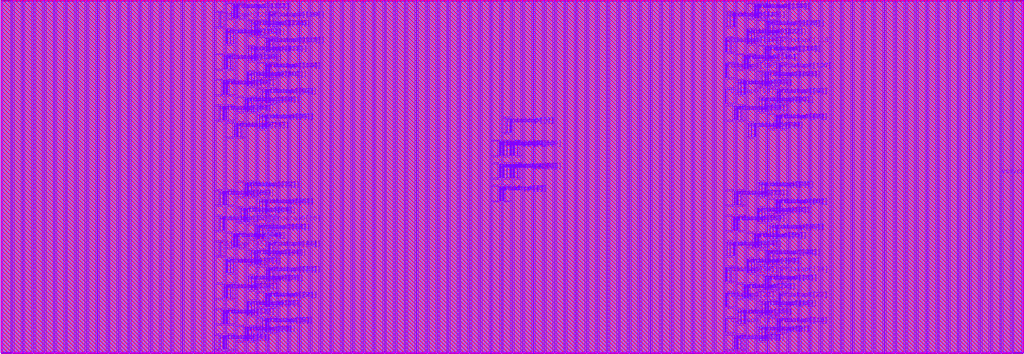
<source format=lef>
VERSION 5.8 ;
BUSBITCHARS "[]" ;
DIVIDERCHAR "/" ;

UNITS
  DATABASE MICRONS 4000 ;
END UNITS

PROPERTYDEFINITIONS
  MACRO hpml_layer STRING ;
  MACRO heml_layer STRING ;
END PROPERTYDEFINITIONS

MACRO arf132b256e1r1w0cbbehcaa4acw
  CLASS BLOCK ;
  FOREIGN arf132b256e1r1w0cbbehcaa4acw ;
  ORIGIN 0 0 ;
  SIZE 86.4 BY 29.76 ;
  PIN ckrdp0
    DIRECTION INPUT ;
    USE SIGNAL ;
    PORT
      LAYER m7 ;
        RECT 42.728 16.68 42.772 17.88 ;
    END
  END ckrdp0
  PIN ckwrp0
    DIRECTION INPUT ;
    USE SIGNAL ;
    PORT
      LAYER m7 ;
        RECT 42.084 14.76 42.128 15.96 ;
    END
  END ckwrp0
  PIN rdaddrp0[0]
    DIRECTION INPUT ;
    USE SIGNAL ;
    PORT
      LAYER m7 ;
        RECT 43.628 16.68 43.672 17.88 ;
    END
  END rdaddrp0[0]
  PIN rdaddrp0[1]
    DIRECTION INPUT ;
    USE SIGNAL ;
    PORT
      LAYER m7 ;
        RECT 42.084 16.68 42.128 17.88 ;
    END
  END rdaddrp0[1]
  PIN rdaddrp0[2]
    DIRECTION INPUT ;
    USE SIGNAL ;
    PORT
      LAYER m7 ;
        RECT 42.172 16.68 42.216 17.88 ;
    END
  END rdaddrp0[2]
  PIN rdaddrp0[3]
    DIRECTION INPUT ;
    USE SIGNAL ;
    PORT
      LAYER m7 ;
        RECT 42.384 16.68 42.428 17.88 ;
    END
  END rdaddrp0[3]
  PIN rdaddrp0[4]
    DIRECTION INPUT ;
    USE SIGNAL ;
    PORT
      LAYER m7 ;
        RECT 42.472 16.68 42.516 17.88 ;
    END
  END rdaddrp0[4]
  PIN rdaddrp0[5]
    DIRECTION INPUT ;
    USE SIGNAL ;
    PORT
      LAYER m7 ;
        RECT 42.728 18.6 42.772 19.8 ;
    END
  END rdaddrp0[5]
  PIN rdaddrp0[6]
    DIRECTION INPUT ;
    USE SIGNAL ;
    PORT
      LAYER m7 ;
        RECT 42.984 18.6 43.028 19.8 ;
    END
  END rdaddrp0[6]
  PIN rdaddrp0[7]
    DIRECTION INPUT ;
    USE SIGNAL ;
    PORT
      LAYER m7 ;
        RECT 43.072 18.6 43.116 19.8 ;
    END
  END rdaddrp0[7]
  PIN rdaddrp0_fd
    DIRECTION INPUT ;
    USE SIGNAL ;
    PORT
      LAYER m7 ;
        RECT 42.984 16.68 43.028 17.88 ;
    END
  END rdaddrp0_fd
  PIN rdaddrp0_rd
    DIRECTION INPUT ;
    USE SIGNAL ;
    PORT
      LAYER m7 ;
        RECT 43.072 16.68 43.116 17.88 ;
    END
  END rdaddrp0_rd
  PIN rdenp0
    DIRECTION INPUT ;
    USE SIGNAL ;
    PORT
      LAYER m7 ;
        RECT 43.284 16.68 43.328 17.88 ;
    END
  END rdenp0
  PIN sdl_initp0
    DIRECTION INPUT ;
    USE SIGNAL ;
    PORT
      LAYER m7 ;
        RECT 43.372 16.68 43.416 17.88 ;
    END
  END sdl_initp0
  PIN wraddrp0[0]
    DIRECTION INPUT ;
    USE SIGNAL ;
    PORT
      LAYER m7 ;
        RECT 43.072 14.76 43.116 15.96 ;
    END
  END wraddrp0[0]
  PIN wraddrp0[1]
    DIRECTION INPUT ;
    USE SIGNAL ;
    PORT
      LAYER m7 ;
        RECT 43.284 14.76 43.328 15.96 ;
    END
  END wraddrp0[1]
  PIN wraddrp0[2]
    DIRECTION INPUT ;
    USE SIGNAL ;
    PORT
      LAYER m7 ;
        RECT 43.372 14.76 43.416 15.96 ;
    END
  END wraddrp0[2]
  PIN wraddrp0[3]
    DIRECTION INPUT ;
    USE SIGNAL ;
    PORT
      LAYER m7 ;
        RECT 43.628 14.76 43.672 15.96 ;
    END
  END wraddrp0[3]
  PIN wraddrp0[4]
    DIRECTION INPUT ;
    USE SIGNAL ;
    PORT
      LAYER m7 ;
        RECT 42.084 12.84 42.128 14.04 ;
    END
  END wraddrp0[4]
  PIN wraddrp0[5]
    DIRECTION INPUT ;
    USE SIGNAL ;
    PORT
      LAYER m7 ;
        RECT 42.172 12.84 42.216 14.04 ;
    END
  END wraddrp0[5]
  PIN wraddrp0[6]
    DIRECTION INPUT ;
    USE SIGNAL ;
    PORT
      LAYER m7 ;
        RECT 42.384 12.84 42.428 14.04 ;
    END
  END wraddrp0[6]
  PIN wraddrp0[7]
    DIRECTION INPUT ;
    USE SIGNAL ;
    PORT
      LAYER m7 ;
        RECT 42.472 12.84 42.516 14.04 ;
    END
  END wraddrp0[7]
  PIN wraddrp0_fd
    DIRECTION INPUT ;
    USE SIGNAL ;
    PORT
      LAYER m7 ;
        RECT 42.172 14.76 42.216 15.96 ;
    END
  END wraddrp0_fd
  PIN wraddrp0_rd
    DIRECTION INPUT ;
    USE SIGNAL ;
    PORT
      LAYER m7 ;
        RECT 42.384 14.76 42.428 15.96 ;
    END
  END wraddrp0_rd
  PIN wrdatap0[0]
    DIRECTION INPUT ;
    USE SIGNAL ;
    PORT
      LAYER m7 ;
        RECT 18.428 0.24 18.472 1.44 ;
    END
  END wrdatap0[0]
  PIN wrdatap0[100]
    DIRECTION INPUT ;
    USE SIGNAL ;
    PORT
      LAYER m7 ;
        RECT 20.784 22.56 20.828 23.76 ;
    END
  END wrdatap0[100]
  PIN wrdatap0[101]
    DIRECTION INPUT ;
    USE SIGNAL ;
    PORT
      LAYER m7 ;
        RECT 20.872 22.56 20.916 23.76 ;
    END
  END wrdatap0[101]
  PIN wrdatap0[102]
    DIRECTION INPUT ;
    USE SIGNAL ;
    PORT
      LAYER m7 ;
        RECT 64.328 22.56 64.372 23.76 ;
    END
  END wrdatap0[102]
  PIN wrdatap0[103]
    DIRECTION INPUT ;
    USE SIGNAL ;
    PORT
      LAYER m7 ;
        RECT 64.584 22.56 64.628 23.76 ;
    END
  END wrdatap0[103]
  PIN wrdatap0[104]
    DIRECTION INPUT ;
    USE SIGNAL ;
    PORT
      LAYER m7 ;
        RECT 22.284 23.28 22.328 24.48 ;
    END
  END wrdatap0[104]
  PIN wrdatap0[105]
    DIRECTION INPUT ;
    USE SIGNAL ;
    PORT
      LAYER m7 ;
        RECT 22.372 23.28 22.416 24.48 ;
    END
  END wrdatap0[105]
  PIN wrdatap0[106]
    DIRECTION INPUT ;
    USE SIGNAL ;
    PORT
      LAYER m7 ;
        RECT 65.784 23.28 65.828 24.48 ;
    END
  END wrdatap0[106]
  PIN wrdatap0[107]
    DIRECTION INPUT ;
    USE SIGNAL ;
    PORT
      LAYER m7 ;
        RECT 65.872 23.28 65.916 24.48 ;
    END
  END wrdatap0[107]
  PIN wrdatap0[108]
    DIRECTION INPUT ;
    USE SIGNAL ;
    PORT
      LAYER m7 ;
        RECT 18.772 24 18.816 25.2 ;
    END
  END wrdatap0[108]
  PIN wrdatap0[109]
    DIRECTION INPUT ;
    USE SIGNAL ;
    PORT
      LAYER m7 ;
        RECT 18.984 24 19.028 25.2 ;
    END
  END wrdatap0[109]
  PIN wrdatap0[10]
    DIRECTION INPUT ;
    USE SIGNAL ;
    PORT
      LAYER m7 ;
        RECT 65.572 1.68 65.616 2.88 ;
    END
  END wrdatap0[10]
  PIN wrdatap0[110]
    DIRECTION INPUT ;
    USE SIGNAL ;
    PORT
      LAYER m7 ;
        RECT 62.784 24 62.828 25.2 ;
    END
  END wrdatap0[110]
  PIN wrdatap0[111]
    DIRECTION INPUT ;
    USE SIGNAL ;
    PORT
      LAYER m7 ;
        RECT 62.872 24 62.916 25.2 ;
    END
  END wrdatap0[111]
  PIN wrdatap0[112]
    DIRECTION INPUT ;
    USE SIGNAL ;
    PORT
      LAYER m7 ;
        RECT 20.872 24.72 20.916 25.92 ;
    END
  END wrdatap0[112]
  PIN wrdatap0[113]
    DIRECTION INPUT ;
    USE SIGNAL ;
    PORT
      LAYER m7 ;
        RECT 21.128 24.72 21.172 25.92 ;
    END
  END wrdatap0[113]
  PIN wrdatap0[114]
    DIRECTION INPUT ;
    USE SIGNAL ;
    PORT
      LAYER m7 ;
        RECT 64.584 24.72 64.628 25.92 ;
    END
  END wrdatap0[114]
  PIN wrdatap0[115]
    DIRECTION INPUT ;
    USE SIGNAL ;
    PORT
      LAYER m7 ;
        RECT 64.672 24.72 64.716 25.92 ;
    END
  END wrdatap0[115]
  PIN wrdatap0[116]
    DIRECTION INPUT ;
    USE SIGNAL ;
    PORT
      LAYER m7 ;
        RECT 22.372 25.44 22.416 26.64 ;
    END
  END wrdatap0[116]
  PIN wrdatap0[117]
    DIRECTION INPUT ;
    USE SIGNAL ;
    PORT
      LAYER m7 ;
        RECT 22.584 25.44 22.628 26.64 ;
    END
  END wrdatap0[117]
  PIN wrdatap0[118]
    DIRECTION INPUT ;
    USE SIGNAL ;
    PORT
      LAYER m7 ;
        RECT 65.872 25.44 65.916 26.64 ;
    END
  END wrdatap0[118]
  PIN wrdatap0[119]
    DIRECTION INPUT ;
    USE SIGNAL ;
    PORT
      LAYER m7 ;
        RECT 61.284 25.44 61.328 26.64 ;
    END
  END wrdatap0[119]
  PIN wrdatap0[11]
    DIRECTION INPUT ;
    USE SIGNAL ;
    PORT
      LAYER m7 ;
        RECT 65.784 1.68 65.828 2.88 ;
    END
  END wrdatap0[11]
  PIN wrdatap0[120]
    DIRECTION INPUT ;
    USE SIGNAL ;
    PORT
      LAYER m7 ;
        RECT 18.984 26.16 19.028 27.36 ;
    END
  END wrdatap0[120]
  PIN wrdatap0[121]
    DIRECTION INPUT ;
    USE SIGNAL ;
    PORT
      LAYER m7 ;
        RECT 19.072 26.16 19.116 27.36 ;
    END
  END wrdatap0[121]
  PIN wrdatap0[122]
    DIRECTION INPUT ;
    USE SIGNAL ;
    PORT
      LAYER m7 ;
        RECT 63.084 26.16 63.128 27.36 ;
    END
  END wrdatap0[122]
  PIN wrdatap0[123]
    DIRECTION INPUT ;
    USE SIGNAL ;
    PORT
      LAYER m7 ;
        RECT 63.172 26.16 63.216 27.36 ;
    END
  END wrdatap0[123]
  PIN wrdatap0[124]
    DIRECTION INPUT ;
    USE SIGNAL ;
    PORT
      LAYER m7 ;
        RECT 21.128 26.88 21.172 28.08 ;
    END
  END wrdatap0[124]
  PIN wrdatap0[125]
    DIRECTION INPUT ;
    USE SIGNAL ;
    PORT
      LAYER m7 ;
        RECT 21.384 26.88 21.428 28.08 ;
    END
  END wrdatap0[125]
  PIN wrdatap0[126]
    DIRECTION INPUT ;
    USE SIGNAL ;
    PORT
      LAYER m7 ;
        RECT 64.672 26.88 64.716 28.08 ;
    END
  END wrdatap0[126]
  PIN wrdatap0[127]
    DIRECTION INPUT ;
    USE SIGNAL ;
    PORT
      LAYER m7 ;
        RECT 64.884 26.88 64.928 28.08 ;
    END
  END wrdatap0[127]
  PIN wrdatap0[128]
    DIRECTION INPUT ;
    USE SIGNAL ;
    PORT
      LAYER m7 ;
        RECT 22.584 27.6 22.628 28.8 ;
    END
  END wrdatap0[128]
  PIN wrdatap0[129]
    DIRECTION INPUT ;
    USE SIGNAL ;
    PORT
      LAYER m7 ;
        RECT 22.672 27.6 22.716 28.8 ;
    END
  END wrdatap0[129]
  PIN wrdatap0[12]
    DIRECTION INPUT ;
    USE SIGNAL ;
    PORT
      LAYER m7 ;
        RECT 18.684 2.4 18.728 3.6 ;
    END
  END wrdatap0[12]
  PIN wrdatap0[130]
    DIRECTION INPUT ;
    USE SIGNAL ;
    PORT
      LAYER m7 ;
        RECT 61.372 27.6 61.416 28.8 ;
    END
  END wrdatap0[130]
  PIN wrdatap0[131]
    DIRECTION INPUT ;
    USE SIGNAL ;
    PORT
      LAYER m7 ;
        RECT 61.628 27.6 61.672 28.8 ;
    END
  END wrdatap0[131]
  PIN wrdatap0[132]
    DIRECTION INPUT ;
    USE SIGNAL ;
    PORT
      LAYER m7 ;
        RECT 19.584 28.32 19.628 29.52 ;
    END
  END wrdatap0[132]
  PIN wrdatap0[133]
    DIRECTION INPUT ;
    USE SIGNAL ;
    PORT
      LAYER m7 ;
        RECT 19.672 28.32 19.716 29.52 ;
    END
  END wrdatap0[133]
  PIN wrdatap0[134]
    DIRECTION INPUT ;
    USE SIGNAL ;
    PORT
      LAYER m7 ;
        RECT 63.684 28.32 63.728 29.52 ;
    END
  END wrdatap0[134]
  PIN wrdatap0[135]
    DIRECTION INPUT ;
    USE SIGNAL ;
    PORT
      LAYER m7 ;
        RECT 63.772 28.32 63.816 29.52 ;
    END
  END wrdatap0[135]
  PIN wrdatap0[13]
    DIRECTION INPUT ;
    USE SIGNAL ;
    PORT
      LAYER m7 ;
        RECT 18.772 2.4 18.816 3.6 ;
    END
  END wrdatap0[13]
  PIN wrdatap0[14]
    DIRECTION INPUT ;
    USE SIGNAL ;
    PORT
      LAYER m7 ;
        RECT 62.272 2.4 62.316 3.6 ;
    END
  END wrdatap0[14]
  PIN wrdatap0[15]
    DIRECTION INPUT ;
    USE SIGNAL ;
    PORT
      LAYER m7 ;
        RECT 62.528 2.4 62.572 3.6 ;
    END
  END wrdatap0[15]
  PIN wrdatap0[16]
    DIRECTION INPUT ;
    USE SIGNAL ;
    PORT
      LAYER m7 ;
        RECT 20.784 3.12 20.828 4.32 ;
    END
  END wrdatap0[16]
  PIN wrdatap0[17]
    DIRECTION INPUT ;
    USE SIGNAL ;
    PORT
      LAYER m7 ;
        RECT 20.872 3.12 20.916 4.32 ;
    END
  END wrdatap0[17]
  PIN wrdatap0[18]
    DIRECTION INPUT ;
    USE SIGNAL ;
    PORT
      LAYER m7 ;
        RECT 64.328 3.12 64.372 4.32 ;
    END
  END wrdatap0[18]
  PIN wrdatap0[19]
    DIRECTION INPUT ;
    USE SIGNAL ;
    PORT
      LAYER m7 ;
        RECT 64.584 3.12 64.628 4.32 ;
    END
  END wrdatap0[19]
  PIN wrdatap0[1]
    DIRECTION INPUT ;
    USE SIGNAL ;
    PORT
      LAYER m7 ;
        RECT 18.684 0.24 18.728 1.44 ;
    END
  END wrdatap0[1]
  PIN wrdatap0[20]
    DIRECTION INPUT ;
    USE SIGNAL ;
    PORT
      LAYER m7 ;
        RECT 22.284 3.84 22.328 5.04 ;
    END
  END wrdatap0[20]
  PIN wrdatap0[21]
    DIRECTION INPUT ;
    USE SIGNAL ;
    PORT
      LAYER m7 ;
        RECT 22.372 3.84 22.416 5.04 ;
    END
  END wrdatap0[21]
  PIN wrdatap0[22]
    DIRECTION INPUT ;
    USE SIGNAL ;
    PORT
      LAYER m7 ;
        RECT 65.784 3.84 65.828 5.04 ;
    END
  END wrdatap0[22]
  PIN wrdatap0[23]
    DIRECTION INPUT ;
    USE SIGNAL ;
    PORT
      LAYER m7 ;
        RECT 65.872 3.84 65.916 5.04 ;
    END
  END wrdatap0[23]
  PIN wrdatap0[24]
    DIRECTION INPUT ;
    USE SIGNAL ;
    PORT
      LAYER m7 ;
        RECT 18.772 4.56 18.816 5.76 ;
    END
  END wrdatap0[24]
  PIN wrdatap0[25]
    DIRECTION INPUT ;
    USE SIGNAL ;
    PORT
      LAYER m7 ;
        RECT 18.984 4.56 19.028 5.76 ;
    END
  END wrdatap0[25]
  PIN wrdatap0[26]
    DIRECTION INPUT ;
    USE SIGNAL ;
    PORT
      LAYER m7 ;
        RECT 62.784 4.56 62.828 5.76 ;
    END
  END wrdatap0[26]
  PIN wrdatap0[27]
    DIRECTION INPUT ;
    USE SIGNAL ;
    PORT
      LAYER m7 ;
        RECT 62.872 4.56 62.916 5.76 ;
    END
  END wrdatap0[27]
  PIN wrdatap0[28]
    DIRECTION INPUT ;
    USE SIGNAL ;
    PORT
      LAYER m7 ;
        RECT 20.872 5.28 20.916 6.48 ;
    END
  END wrdatap0[28]
  PIN wrdatap0[29]
    DIRECTION INPUT ;
    USE SIGNAL ;
    PORT
      LAYER m7 ;
        RECT 21.128 5.28 21.172 6.48 ;
    END
  END wrdatap0[29]
  PIN wrdatap0[2]
    DIRECTION INPUT ;
    USE SIGNAL ;
    PORT
      LAYER m7 ;
        RECT 61.972 0.24 62.016 1.44 ;
    END
  END wrdatap0[2]
  PIN wrdatap0[30]
    DIRECTION INPUT ;
    USE SIGNAL ;
    PORT
      LAYER m7 ;
        RECT 64.584 5.28 64.628 6.48 ;
    END
  END wrdatap0[30]
  PIN wrdatap0[31]
    DIRECTION INPUT ;
    USE SIGNAL ;
    PORT
      LAYER m7 ;
        RECT 64.672 5.28 64.716 6.48 ;
    END
  END wrdatap0[31]
  PIN wrdatap0[32]
    DIRECTION INPUT ;
    USE SIGNAL ;
    PORT
      LAYER m7 ;
        RECT 22.372 6 22.416 7.2 ;
    END
  END wrdatap0[32]
  PIN wrdatap0[33]
    DIRECTION INPUT ;
    USE SIGNAL ;
    PORT
      LAYER m7 ;
        RECT 22.584 6 22.628 7.2 ;
    END
  END wrdatap0[33]
  PIN wrdatap0[34]
    DIRECTION INPUT ;
    USE SIGNAL ;
    PORT
      LAYER m7 ;
        RECT 65.872 6 65.916 7.2 ;
    END
  END wrdatap0[34]
  PIN wrdatap0[35]
    DIRECTION INPUT ;
    USE SIGNAL ;
    PORT
      LAYER m7 ;
        RECT 61.284 6 61.328 7.2 ;
    END
  END wrdatap0[35]
  PIN wrdatap0[36]
    DIRECTION INPUT ;
    USE SIGNAL ;
    PORT
      LAYER m7 ;
        RECT 18.984 6.72 19.028 7.92 ;
    END
  END wrdatap0[36]
  PIN wrdatap0[37]
    DIRECTION INPUT ;
    USE SIGNAL ;
    PORT
      LAYER m7 ;
        RECT 19.072 6.72 19.116 7.92 ;
    END
  END wrdatap0[37]
  PIN wrdatap0[38]
    DIRECTION INPUT ;
    USE SIGNAL ;
    PORT
      LAYER m7 ;
        RECT 63.084 6.72 63.128 7.92 ;
    END
  END wrdatap0[38]
  PIN wrdatap0[39]
    DIRECTION INPUT ;
    USE SIGNAL ;
    PORT
      LAYER m7 ;
        RECT 63.172 6.72 63.216 7.92 ;
    END
  END wrdatap0[39]
  PIN wrdatap0[3]
    DIRECTION INPUT ;
    USE SIGNAL ;
    PORT
      LAYER m7 ;
        RECT 62.184 0.24 62.228 1.44 ;
    END
  END wrdatap0[3]
  PIN wrdatap0[40]
    DIRECTION INPUT ;
    USE SIGNAL ;
    PORT
      LAYER m7 ;
        RECT 21.128 7.44 21.172 8.64 ;
    END
  END wrdatap0[40]
  PIN wrdatap0[41]
    DIRECTION INPUT ;
    USE SIGNAL ;
    PORT
      LAYER m7 ;
        RECT 21.384 7.44 21.428 8.64 ;
    END
  END wrdatap0[41]
  PIN wrdatap0[42]
    DIRECTION INPUT ;
    USE SIGNAL ;
    PORT
      LAYER m7 ;
        RECT 64.672 7.44 64.716 8.64 ;
    END
  END wrdatap0[42]
  PIN wrdatap0[43]
    DIRECTION INPUT ;
    USE SIGNAL ;
    PORT
      LAYER m7 ;
        RECT 64.884 7.44 64.928 8.64 ;
    END
  END wrdatap0[43]
  PIN wrdatap0[44]
    DIRECTION INPUT ;
    USE SIGNAL ;
    PORT
      LAYER m7 ;
        RECT 22.584 8.16 22.628 9.36 ;
    END
  END wrdatap0[44]
  PIN wrdatap0[45]
    DIRECTION INPUT ;
    USE SIGNAL ;
    PORT
      LAYER m7 ;
        RECT 22.672 8.16 22.716 9.36 ;
    END
  END wrdatap0[45]
  PIN wrdatap0[46]
    DIRECTION INPUT ;
    USE SIGNAL ;
    PORT
      LAYER m7 ;
        RECT 61.372 8.16 61.416 9.36 ;
    END
  END wrdatap0[46]
  PIN wrdatap0[47]
    DIRECTION INPUT ;
    USE SIGNAL ;
    PORT
      LAYER m7 ;
        RECT 61.628 8.16 61.672 9.36 ;
    END
  END wrdatap0[47]
  PIN wrdatap0[48]
    DIRECTION INPUT ;
    USE SIGNAL ;
    PORT
      LAYER m7 ;
        RECT 19.584 8.88 19.628 10.08 ;
    END
  END wrdatap0[48]
  PIN wrdatap0[49]
    DIRECTION INPUT ;
    USE SIGNAL ;
    PORT
      LAYER m7 ;
        RECT 19.672 8.88 19.716 10.08 ;
    END
  END wrdatap0[49]
  PIN wrdatap0[4]
    DIRECTION INPUT ;
    USE SIGNAL ;
    PORT
      LAYER m7 ;
        RECT 20.572 0.96 20.616 2.16 ;
    END
  END wrdatap0[4]
  PIN wrdatap0[50]
    DIRECTION INPUT ;
    USE SIGNAL ;
    PORT
      LAYER m7 ;
        RECT 63.684 8.88 63.728 10.08 ;
    END
  END wrdatap0[50]
  PIN wrdatap0[51]
    DIRECTION INPUT ;
    USE SIGNAL ;
    PORT
      LAYER m7 ;
        RECT 63.772 8.88 63.816 10.08 ;
    END
  END wrdatap0[51]
  PIN wrdatap0[52]
    DIRECTION INPUT ;
    USE SIGNAL ;
    PORT
      LAYER m7 ;
        RECT 21.472 9.6 21.516 10.8 ;
    END
  END wrdatap0[52]
  PIN wrdatap0[53]
    DIRECTION INPUT ;
    USE SIGNAL ;
    PORT
      LAYER m7 ;
        RECT 21.684 9.6 21.728 10.8 ;
    END
  END wrdatap0[53]
  PIN wrdatap0[54]
    DIRECTION INPUT ;
    USE SIGNAL ;
    PORT
      LAYER m7 ;
        RECT 64.972 9.6 65.016 10.8 ;
    END
  END wrdatap0[54]
  PIN wrdatap0[55]
    DIRECTION INPUT ;
    USE SIGNAL ;
    PORT
      LAYER m7 ;
        RECT 65.228 9.6 65.272 10.8 ;
    END
  END wrdatap0[55]
  PIN wrdatap0[56]
    DIRECTION INPUT ;
    USE SIGNAL ;
    PORT
      LAYER m7 ;
        RECT 22.928 10.32 22.972 11.52 ;
    END
  END wrdatap0[56]
  PIN wrdatap0[57]
    DIRECTION INPUT ;
    USE SIGNAL ;
    PORT
      LAYER m7 ;
        RECT 18.428 10.32 18.472 11.52 ;
    END
  END wrdatap0[57]
  PIN wrdatap0[58]
    DIRECTION INPUT ;
    USE SIGNAL ;
    PORT
      LAYER m7 ;
        RECT 61.884 10.32 61.928 11.52 ;
    END
  END wrdatap0[58]
  PIN wrdatap0[59]
    DIRECTION INPUT ;
    USE SIGNAL ;
    PORT
      LAYER m7 ;
        RECT 61.972 10.32 62.016 11.52 ;
    END
  END wrdatap0[59]
  PIN wrdatap0[5]
    DIRECTION INPUT ;
    USE SIGNAL ;
    PORT
      LAYER m7 ;
        RECT 20.784 0.96 20.828 2.16 ;
    END
  END wrdatap0[5]
  PIN wrdatap0[60]
    DIRECTION INPUT ;
    USE SIGNAL ;
    PORT
      LAYER m7 ;
        RECT 20.228 11.04 20.272 12.24 ;
    END
  END wrdatap0[60]
  PIN wrdatap0[61]
    DIRECTION INPUT ;
    USE SIGNAL ;
    PORT
      LAYER m7 ;
        RECT 20.484 11.04 20.528 12.24 ;
    END
  END wrdatap0[61]
  PIN wrdatap0[62]
    DIRECTION INPUT ;
    USE SIGNAL ;
    PORT
      LAYER m7 ;
        RECT 63.984 11.04 64.028 12.24 ;
    END
  END wrdatap0[62]
  PIN wrdatap0[63]
    DIRECTION INPUT ;
    USE SIGNAL ;
    PORT
      LAYER m7 ;
        RECT 64.072 11.04 64.116 12.24 ;
    END
  END wrdatap0[63]
  PIN wrdatap0[64]
    DIRECTION INPUT ;
    USE SIGNAL ;
    PORT
      LAYER m7 ;
        RECT 21.772 11.76 21.816 12.96 ;
    END
  END wrdatap0[64]
  PIN wrdatap0[65]
    DIRECTION INPUT ;
    USE SIGNAL ;
    PORT
      LAYER m7 ;
        RECT 22.028 11.76 22.072 12.96 ;
    END
  END wrdatap0[65]
  PIN wrdatap0[66]
    DIRECTION INPUT ;
    USE SIGNAL ;
    PORT
      LAYER m7 ;
        RECT 65.484 11.76 65.528 12.96 ;
    END
  END wrdatap0[66]
  PIN wrdatap0[67]
    DIRECTION INPUT ;
    USE SIGNAL ;
    PORT
      LAYER m7 ;
        RECT 65.572 11.76 65.616 12.96 ;
    END
  END wrdatap0[67]
  PIN wrdatap0[68]
    DIRECTION INPUT ;
    USE SIGNAL ;
    PORT
      LAYER m7 ;
        RECT 18.428 12.48 18.472 13.68 ;
    END
  END wrdatap0[68]
  PIN wrdatap0[69]
    DIRECTION INPUT ;
    USE SIGNAL ;
    PORT
      LAYER m7 ;
        RECT 18.684 12.48 18.728 13.68 ;
    END
  END wrdatap0[69]
  PIN wrdatap0[6]
    DIRECTION INPUT ;
    USE SIGNAL ;
    PORT
      LAYER m7 ;
        RECT 64.072 0.96 64.116 2.16 ;
    END
  END wrdatap0[6]
  PIN wrdatap0[70]
    DIRECTION INPUT ;
    USE SIGNAL ;
    PORT
      LAYER m7 ;
        RECT 61.972 12.48 62.016 13.68 ;
    END
  END wrdatap0[70]
  PIN wrdatap0[71]
    DIRECTION INPUT ;
    USE SIGNAL ;
    PORT
      LAYER m7 ;
        RECT 62.184 12.48 62.228 13.68 ;
    END
  END wrdatap0[71]
  PIN wrdatap0[72]
    DIRECTION INPUT ;
    USE SIGNAL ;
    PORT
      LAYER m7 ;
        RECT 20.572 13.2 20.616 14.4 ;
    END
  END wrdatap0[72]
  PIN wrdatap0[73]
    DIRECTION INPUT ;
    USE SIGNAL ;
    PORT
      LAYER m7 ;
        RECT 20.784 13.2 20.828 14.4 ;
    END
  END wrdatap0[73]
  PIN wrdatap0[74]
    DIRECTION INPUT ;
    USE SIGNAL ;
    PORT
      LAYER m7 ;
        RECT 64.072 13.2 64.116 14.4 ;
    END
  END wrdatap0[74]
  PIN wrdatap0[75]
    DIRECTION INPUT ;
    USE SIGNAL ;
    PORT
      LAYER m7 ;
        RECT 64.328 13.2 64.372 14.4 ;
    END
  END wrdatap0[75]
  PIN wrdatap0[76]
    DIRECTION INPUT ;
    USE SIGNAL ;
    PORT
      LAYER m7 ;
        RECT 19.672 18.24 19.716 19.44 ;
    END
  END wrdatap0[76]
  PIN wrdatap0[77]
    DIRECTION INPUT ;
    USE SIGNAL ;
    PORT
      LAYER m7 ;
        RECT 19.884 18.24 19.928 19.44 ;
    END
  END wrdatap0[77]
  PIN wrdatap0[78]
    DIRECTION INPUT ;
    USE SIGNAL ;
    PORT
      LAYER m7 ;
        RECT 63.172 18.24 63.216 19.44 ;
    END
  END wrdatap0[78]
  PIN wrdatap0[79]
    DIRECTION INPUT ;
    USE SIGNAL ;
    PORT
      LAYER m7 ;
        RECT 63.428 18.24 63.472 19.44 ;
    END
  END wrdatap0[79]
  PIN wrdatap0[7]
    DIRECTION INPUT ;
    USE SIGNAL ;
    PORT
      LAYER m7 ;
        RECT 64.328 0.96 64.372 2.16 ;
    END
  END wrdatap0[7]
  PIN wrdatap0[80]
    DIRECTION INPUT ;
    USE SIGNAL ;
    PORT
      LAYER m7 ;
        RECT 21.772 18.96 21.816 20.16 ;
    END
  END wrdatap0[80]
  PIN wrdatap0[81]
    DIRECTION INPUT ;
    USE SIGNAL ;
    PORT
      LAYER m7 ;
        RECT 22.028 18.96 22.072 20.16 ;
    END
  END wrdatap0[81]
  PIN wrdatap0[82]
    DIRECTION INPUT ;
    USE SIGNAL ;
    PORT
      LAYER m7 ;
        RECT 65.484 18.96 65.528 20.16 ;
    END
  END wrdatap0[82]
  PIN wrdatap0[83]
    DIRECTION INPUT ;
    USE SIGNAL ;
    PORT
      LAYER m7 ;
        RECT 65.572 18.96 65.616 20.16 ;
    END
  END wrdatap0[83]
  PIN wrdatap0[84]
    DIRECTION INPUT ;
    USE SIGNAL ;
    PORT
      LAYER m7 ;
        RECT 18.428 19.68 18.472 20.88 ;
    END
  END wrdatap0[84]
  PIN wrdatap0[85]
    DIRECTION INPUT ;
    USE SIGNAL ;
    PORT
      LAYER m7 ;
        RECT 18.684 19.68 18.728 20.88 ;
    END
  END wrdatap0[85]
  PIN wrdatap0[86]
    DIRECTION INPUT ;
    USE SIGNAL ;
    PORT
      LAYER m7 ;
        RECT 61.972 19.68 62.016 20.88 ;
    END
  END wrdatap0[86]
  PIN wrdatap0[87]
    DIRECTION INPUT ;
    USE SIGNAL ;
    PORT
      LAYER m7 ;
        RECT 62.184 19.68 62.228 20.88 ;
    END
  END wrdatap0[87]
  PIN wrdatap0[88]
    DIRECTION INPUT ;
    USE SIGNAL ;
    PORT
      LAYER m7 ;
        RECT 20.572 20.4 20.616 21.6 ;
    END
  END wrdatap0[88]
  PIN wrdatap0[89]
    DIRECTION INPUT ;
    USE SIGNAL ;
    PORT
      LAYER m7 ;
        RECT 20.784 20.4 20.828 21.6 ;
    END
  END wrdatap0[89]
  PIN wrdatap0[8]
    DIRECTION INPUT ;
    USE SIGNAL ;
    PORT
      LAYER m7 ;
        RECT 22.028 1.68 22.072 2.88 ;
    END
  END wrdatap0[8]
  PIN wrdatap0[90]
    DIRECTION INPUT ;
    USE SIGNAL ;
    PORT
      LAYER m7 ;
        RECT 64.072 20.4 64.116 21.6 ;
    END
  END wrdatap0[90]
  PIN wrdatap0[91]
    DIRECTION INPUT ;
    USE SIGNAL ;
    PORT
      LAYER m7 ;
        RECT 64.328 20.4 64.372 21.6 ;
    END
  END wrdatap0[91]
  PIN wrdatap0[92]
    DIRECTION INPUT ;
    USE SIGNAL ;
    PORT
      LAYER m7 ;
        RECT 22.028 21.12 22.072 22.32 ;
    END
  END wrdatap0[92]
  PIN wrdatap0[93]
    DIRECTION INPUT ;
    USE SIGNAL ;
    PORT
      LAYER m7 ;
        RECT 22.284 21.12 22.328 22.32 ;
    END
  END wrdatap0[93]
  PIN wrdatap0[94]
    DIRECTION INPUT ;
    USE SIGNAL ;
    PORT
      LAYER m7 ;
        RECT 65.572 21.12 65.616 22.32 ;
    END
  END wrdatap0[94]
  PIN wrdatap0[95]
    DIRECTION INPUT ;
    USE SIGNAL ;
    PORT
      LAYER m7 ;
        RECT 65.784 21.12 65.828 22.32 ;
    END
  END wrdatap0[95]
  PIN wrdatap0[96]
    DIRECTION INPUT ;
    USE SIGNAL ;
    PORT
      LAYER m7 ;
        RECT 18.684 21.84 18.728 23.04 ;
    END
  END wrdatap0[96]
  PIN wrdatap0[97]
    DIRECTION INPUT ;
    USE SIGNAL ;
    PORT
      LAYER m7 ;
        RECT 18.772 21.84 18.816 23.04 ;
    END
  END wrdatap0[97]
  PIN wrdatap0[98]
    DIRECTION INPUT ;
    USE SIGNAL ;
    PORT
      LAYER m7 ;
        RECT 62.272 21.84 62.316 23.04 ;
    END
  END wrdatap0[98]
  PIN wrdatap0[99]
    DIRECTION INPUT ;
    USE SIGNAL ;
    PORT
      LAYER m7 ;
        RECT 62.528 21.84 62.572 23.04 ;
    END
  END wrdatap0[99]
  PIN wrdatap0[9]
    DIRECTION INPUT ;
    USE SIGNAL ;
    PORT
      LAYER m7 ;
        RECT 22.284 1.68 22.328 2.88 ;
    END
  END wrdatap0[9]
  PIN wrdatap0_fd
    DIRECTION INPUT ;
    USE SIGNAL ;
    PORT
      LAYER m7 ;
        RECT 42.728 14.76 42.772 15.96 ;
    END
  END wrdatap0_fd
  PIN wrdatap0_rd
    DIRECTION INPUT ;
    USE SIGNAL ;
    PORT
      LAYER m7 ;
        RECT 42.984 14.76 43.028 15.96 ;
    END
  END wrdatap0_rd
  PIN wrenp0
    DIRECTION INPUT ;
    USE SIGNAL ;
    PORT
      LAYER m7 ;
        RECT 42.472 14.76 42.516 15.96 ;
    END
  END wrenp0
  PIN rddatap0[0]
    DIRECTION OUTPUT ;
    USE SIGNAL ;
    PORT
      LAYER m7 ;
        RECT 18.772 0.24 18.816 1.44 ;
    END
  END rddatap0[0]
  PIN rddatap0[100]
    DIRECTION OUTPUT ;
    USE SIGNAL ;
    PORT
      LAYER m7 ;
        RECT 21.128 22.56 21.172 23.76 ;
    END
  END rddatap0[100]
  PIN rddatap0[101]
    DIRECTION OUTPUT ;
    USE SIGNAL ;
    PORT
      LAYER m7 ;
        RECT 21.384 22.56 21.428 23.76 ;
    END
  END rddatap0[101]
  PIN rddatap0[102]
    DIRECTION OUTPUT ;
    USE SIGNAL ;
    PORT
      LAYER m7 ;
        RECT 64.672 22.56 64.716 23.76 ;
    END
  END rddatap0[102]
  PIN rddatap0[103]
    DIRECTION OUTPUT ;
    USE SIGNAL ;
    PORT
      LAYER m7 ;
        RECT 64.884 22.56 64.928 23.76 ;
    END
  END rddatap0[103]
  PIN rddatap0[104]
    DIRECTION OUTPUT ;
    USE SIGNAL ;
    PORT
      LAYER m7 ;
        RECT 22.584 23.28 22.628 24.48 ;
    END
  END rddatap0[104]
  PIN rddatap0[105]
    DIRECTION OUTPUT ;
    USE SIGNAL ;
    PORT
      LAYER m7 ;
        RECT 22.672 23.28 22.716 24.48 ;
    END
  END rddatap0[105]
  PIN rddatap0[106]
    DIRECTION OUTPUT ;
    USE SIGNAL ;
    PORT
      LAYER m7 ;
        RECT 61.284 23.28 61.328 24.48 ;
    END
  END rddatap0[106]
  PIN rddatap0[107]
    DIRECTION OUTPUT ;
    USE SIGNAL ;
    PORT
      LAYER m7 ;
        RECT 61.372 23.28 61.416 24.48 ;
    END
  END rddatap0[107]
  PIN rddatap0[108]
    DIRECTION OUTPUT ;
    USE SIGNAL ;
    PORT
      LAYER m7 ;
        RECT 19.072 24 19.116 25.2 ;
    END
  END rddatap0[108]
  PIN rddatap0[109]
    DIRECTION OUTPUT ;
    USE SIGNAL ;
    PORT
      LAYER m7 ;
        RECT 19.328 24 19.372 25.2 ;
    END
  END rddatap0[109]
  PIN rddatap0[10]
    DIRECTION OUTPUT ;
    USE SIGNAL ;
    PORT
      LAYER m7 ;
        RECT 65.872 1.68 65.916 2.88 ;
    END
  END rddatap0[10]
  PIN rddatap0[110]
    DIRECTION OUTPUT ;
    USE SIGNAL ;
    PORT
      LAYER m7 ;
        RECT 63.084 24 63.128 25.2 ;
    END
  END rddatap0[110]
  PIN rddatap0[111]
    DIRECTION OUTPUT ;
    USE SIGNAL ;
    PORT
      LAYER m7 ;
        RECT 63.172 24 63.216 25.2 ;
    END
  END rddatap0[111]
  PIN rddatap0[112]
    DIRECTION OUTPUT ;
    USE SIGNAL ;
    PORT
      LAYER m7 ;
        RECT 21.384 24.72 21.428 25.92 ;
    END
  END rddatap0[112]
  PIN rddatap0[113]
    DIRECTION OUTPUT ;
    USE SIGNAL ;
    PORT
      LAYER m7 ;
        RECT 21.472 24.72 21.516 25.92 ;
    END
  END rddatap0[113]
  PIN rddatap0[114]
    DIRECTION OUTPUT ;
    USE SIGNAL ;
    PORT
      LAYER m7 ;
        RECT 64.884 24.72 64.928 25.92 ;
    END
  END rddatap0[114]
  PIN rddatap0[115]
    DIRECTION OUTPUT ;
    USE SIGNAL ;
    PORT
      LAYER m7 ;
        RECT 64.972 24.72 65.016 25.92 ;
    END
  END rddatap0[115]
  PIN rddatap0[116]
    DIRECTION OUTPUT ;
    USE SIGNAL ;
    PORT
      LAYER m7 ;
        RECT 22.672 25.44 22.716 26.64 ;
    END
  END rddatap0[116]
  PIN rddatap0[117]
    DIRECTION OUTPUT ;
    USE SIGNAL ;
    PORT
      LAYER m7 ;
        RECT 22.928 25.44 22.972 26.64 ;
    END
  END rddatap0[117]
  PIN rddatap0[118]
    DIRECTION OUTPUT ;
    USE SIGNAL ;
    PORT
      LAYER m7 ;
        RECT 61.372 25.44 61.416 26.64 ;
    END
  END rddatap0[118]
  PIN rddatap0[119]
    DIRECTION OUTPUT ;
    USE SIGNAL ;
    PORT
      LAYER m7 ;
        RECT 61.628 25.44 61.672 26.64 ;
    END
  END rddatap0[119]
  PIN rddatap0[11]
    DIRECTION OUTPUT ;
    USE SIGNAL ;
    PORT
      LAYER m7 ;
        RECT 61.284 1.68 61.328 2.88 ;
    END
  END rddatap0[11]
  PIN rddatap0[120]
    DIRECTION OUTPUT ;
    USE SIGNAL ;
    PORT
      LAYER m7 ;
        RECT 19.328 26.16 19.372 27.36 ;
    END
  END rddatap0[120]
  PIN rddatap0[121]
    DIRECTION OUTPUT ;
    USE SIGNAL ;
    PORT
      LAYER m7 ;
        RECT 19.584 26.16 19.628 27.36 ;
    END
  END rddatap0[121]
  PIN rddatap0[122]
    DIRECTION OUTPUT ;
    USE SIGNAL ;
    PORT
      LAYER m7 ;
        RECT 63.428 26.16 63.472 27.36 ;
    END
  END rddatap0[122]
  PIN rddatap0[123]
    DIRECTION OUTPUT ;
    USE SIGNAL ;
    PORT
      LAYER m7 ;
        RECT 63.684 26.16 63.728 27.36 ;
    END
  END rddatap0[123]
  PIN rddatap0[124]
    DIRECTION OUTPUT ;
    USE SIGNAL ;
    PORT
      LAYER m7 ;
        RECT 21.472 26.88 21.516 28.08 ;
    END
  END rddatap0[124]
  PIN rddatap0[125]
    DIRECTION OUTPUT ;
    USE SIGNAL ;
    PORT
      LAYER m7 ;
        RECT 21.684 26.88 21.728 28.08 ;
    END
  END rddatap0[125]
  PIN rddatap0[126]
    DIRECTION OUTPUT ;
    USE SIGNAL ;
    PORT
      LAYER m7 ;
        RECT 64.972 26.88 65.016 28.08 ;
    END
  END rddatap0[126]
  PIN rddatap0[127]
    DIRECTION OUTPUT ;
    USE SIGNAL ;
    PORT
      LAYER m7 ;
        RECT 65.228 26.88 65.272 28.08 ;
    END
  END rddatap0[127]
  PIN rddatap0[128]
    DIRECTION OUTPUT ;
    USE SIGNAL ;
    PORT
      LAYER m7 ;
        RECT 22.928 27.6 22.972 28.8 ;
    END
  END rddatap0[128]
  PIN rddatap0[129]
    DIRECTION OUTPUT ;
    USE SIGNAL ;
    PORT
      LAYER m7 ;
        RECT 18.428 27.6 18.472 28.8 ;
    END
  END rddatap0[129]
  PIN rddatap0[12]
    DIRECTION OUTPUT ;
    USE SIGNAL ;
    PORT
      LAYER m7 ;
        RECT 18.984 2.4 19.028 3.6 ;
    END
  END rddatap0[12]
  PIN rddatap0[130]
    DIRECTION OUTPUT ;
    USE SIGNAL ;
    PORT
      LAYER m7 ;
        RECT 61.884 27.6 61.928 28.8 ;
    END
  END rddatap0[130]
  PIN rddatap0[131]
    DIRECTION OUTPUT ;
    USE SIGNAL ;
    PORT
      LAYER m7 ;
        RECT 61.972 27.6 62.016 28.8 ;
    END
  END rddatap0[131]
  PIN rddatap0[132]
    DIRECTION OUTPUT ;
    USE SIGNAL ;
    PORT
      LAYER m7 ;
        RECT 19.884 28.32 19.928 29.52 ;
    END
  END rddatap0[132]
  PIN rddatap0[133]
    DIRECTION OUTPUT ;
    USE SIGNAL ;
    PORT
      LAYER m7 ;
        RECT 19.972 28.32 20.016 29.52 ;
    END
  END rddatap0[133]
  PIN rddatap0[134]
    DIRECTION OUTPUT ;
    USE SIGNAL ;
    PORT
      LAYER m7 ;
        RECT 63.984 28.32 64.028 29.52 ;
    END
  END rddatap0[134]
  PIN rddatap0[135]
    DIRECTION OUTPUT ;
    USE SIGNAL ;
    PORT
      LAYER m7 ;
        RECT 64.072 28.32 64.116 29.52 ;
    END
  END rddatap0[135]
  PIN rddatap0[13]
    DIRECTION OUTPUT ;
    USE SIGNAL ;
    PORT
      LAYER m7 ;
        RECT 19.072 2.4 19.116 3.6 ;
    END
  END rddatap0[13]
  PIN rddatap0[14]
    DIRECTION OUTPUT ;
    USE SIGNAL ;
    PORT
      LAYER m7 ;
        RECT 62.784 2.4 62.828 3.6 ;
    END
  END rddatap0[14]
  PIN rddatap0[15]
    DIRECTION OUTPUT ;
    USE SIGNAL ;
    PORT
      LAYER m7 ;
        RECT 62.872 2.4 62.916 3.6 ;
    END
  END rddatap0[15]
  PIN rddatap0[16]
    DIRECTION OUTPUT ;
    USE SIGNAL ;
    PORT
      LAYER m7 ;
        RECT 21.128 3.12 21.172 4.32 ;
    END
  END rddatap0[16]
  PIN rddatap0[17]
    DIRECTION OUTPUT ;
    USE SIGNAL ;
    PORT
      LAYER m7 ;
        RECT 21.384 3.12 21.428 4.32 ;
    END
  END rddatap0[17]
  PIN rddatap0[18]
    DIRECTION OUTPUT ;
    USE SIGNAL ;
    PORT
      LAYER m7 ;
        RECT 64.672 3.12 64.716 4.32 ;
    END
  END rddatap0[18]
  PIN rddatap0[19]
    DIRECTION OUTPUT ;
    USE SIGNAL ;
    PORT
      LAYER m7 ;
        RECT 64.884 3.12 64.928 4.32 ;
    END
  END rddatap0[19]
  PIN rddatap0[1]
    DIRECTION OUTPUT ;
    USE SIGNAL ;
    PORT
      LAYER m7 ;
        RECT 18.984 0.24 19.028 1.44 ;
    END
  END rddatap0[1]
  PIN rddatap0[20]
    DIRECTION OUTPUT ;
    USE SIGNAL ;
    PORT
      LAYER m7 ;
        RECT 22.584 3.84 22.628 5.04 ;
    END
  END rddatap0[20]
  PIN rddatap0[21]
    DIRECTION OUTPUT ;
    USE SIGNAL ;
    PORT
      LAYER m7 ;
        RECT 22.672 3.84 22.716 5.04 ;
    END
  END rddatap0[21]
  PIN rddatap0[22]
    DIRECTION OUTPUT ;
    USE SIGNAL ;
    PORT
      LAYER m7 ;
        RECT 61.284 3.84 61.328 5.04 ;
    END
  END rddatap0[22]
  PIN rddatap0[23]
    DIRECTION OUTPUT ;
    USE SIGNAL ;
    PORT
      LAYER m7 ;
        RECT 61.372 3.84 61.416 5.04 ;
    END
  END rddatap0[23]
  PIN rddatap0[24]
    DIRECTION OUTPUT ;
    USE SIGNAL ;
    PORT
      LAYER m7 ;
        RECT 19.072 4.56 19.116 5.76 ;
    END
  END rddatap0[24]
  PIN rddatap0[25]
    DIRECTION OUTPUT ;
    USE SIGNAL ;
    PORT
      LAYER m7 ;
        RECT 19.328 4.56 19.372 5.76 ;
    END
  END rddatap0[25]
  PIN rddatap0[26]
    DIRECTION OUTPUT ;
    USE SIGNAL ;
    PORT
      LAYER m7 ;
        RECT 63.084 4.56 63.128 5.76 ;
    END
  END rddatap0[26]
  PIN rddatap0[27]
    DIRECTION OUTPUT ;
    USE SIGNAL ;
    PORT
      LAYER m7 ;
        RECT 63.172 4.56 63.216 5.76 ;
    END
  END rddatap0[27]
  PIN rddatap0[28]
    DIRECTION OUTPUT ;
    USE SIGNAL ;
    PORT
      LAYER m7 ;
        RECT 21.384 5.28 21.428 6.48 ;
    END
  END rddatap0[28]
  PIN rddatap0[29]
    DIRECTION OUTPUT ;
    USE SIGNAL ;
    PORT
      LAYER m7 ;
        RECT 21.472 5.28 21.516 6.48 ;
    END
  END rddatap0[29]
  PIN rddatap0[2]
    DIRECTION OUTPUT ;
    USE SIGNAL ;
    PORT
      LAYER m7 ;
        RECT 62.272 0.24 62.316 1.44 ;
    END
  END rddatap0[2]
  PIN rddatap0[30]
    DIRECTION OUTPUT ;
    USE SIGNAL ;
    PORT
      LAYER m7 ;
        RECT 64.884 5.28 64.928 6.48 ;
    END
  END rddatap0[30]
  PIN rddatap0[31]
    DIRECTION OUTPUT ;
    USE SIGNAL ;
    PORT
      LAYER m7 ;
        RECT 64.972 5.28 65.016 6.48 ;
    END
  END rddatap0[31]
  PIN rddatap0[32]
    DIRECTION OUTPUT ;
    USE SIGNAL ;
    PORT
      LAYER m7 ;
        RECT 22.672 6 22.716 7.2 ;
    END
  END rddatap0[32]
  PIN rddatap0[33]
    DIRECTION OUTPUT ;
    USE SIGNAL ;
    PORT
      LAYER m7 ;
        RECT 22.928 6 22.972 7.2 ;
    END
  END rddatap0[33]
  PIN rddatap0[34]
    DIRECTION OUTPUT ;
    USE SIGNAL ;
    PORT
      LAYER m7 ;
        RECT 61.372 6 61.416 7.2 ;
    END
  END rddatap0[34]
  PIN rddatap0[35]
    DIRECTION OUTPUT ;
    USE SIGNAL ;
    PORT
      LAYER m7 ;
        RECT 61.628 6 61.672 7.2 ;
    END
  END rddatap0[35]
  PIN rddatap0[36]
    DIRECTION OUTPUT ;
    USE SIGNAL ;
    PORT
      LAYER m7 ;
        RECT 19.328 6.72 19.372 7.92 ;
    END
  END rddatap0[36]
  PIN rddatap0[37]
    DIRECTION OUTPUT ;
    USE SIGNAL ;
    PORT
      LAYER m7 ;
        RECT 19.584 6.72 19.628 7.92 ;
    END
  END rddatap0[37]
  PIN rddatap0[38]
    DIRECTION OUTPUT ;
    USE SIGNAL ;
    PORT
      LAYER m7 ;
        RECT 63.428 6.72 63.472 7.92 ;
    END
  END rddatap0[38]
  PIN rddatap0[39]
    DIRECTION OUTPUT ;
    USE SIGNAL ;
    PORT
      LAYER m7 ;
        RECT 63.684 6.72 63.728 7.92 ;
    END
  END rddatap0[39]
  PIN rddatap0[3]
    DIRECTION OUTPUT ;
    USE SIGNAL ;
    PORT
      LAYER m7 ;
        RECT 62.528 0.24 62.572 1.44 ;
    END
  END rddatap0[3]
  PIN rddatap0[40]
    DIRECTION OUTPUT ;
    USE SIGNAL ;
    PORT
      LAYER m7 ;
        RECT 21.472 7.44 21.516 8.64 ;
    END
  END rddatap0[40]
  PIN rddatap0[41]
    DIRECTION OUTPUT ;
    USE SIGNAL ;
    PORT
      LAYER m7 ;
        RECT 21.684 7.44 21.728 8.64 ;
    END
  END rddatap0[41]
  PIN rddatap0[42]
    DIRECTION OUTPUT ;
    USE SIGNAL ;
    PORT
      LAYER m7 ;
        RECT 64.972 7.44 65.016 8.64 ;
    END
  END rddatap0[42]
  PIN rddatap0[43]
    DIRECTION OUTPUT ;
    USE SIGNAL ;
    PORT
      LAYER m7 ;
        RECT 65.228 7.44 65.272 8.64 ;
    END
  END rddatap0[43]
  PIN rddatap0[44]
    DIRECTION OUTPUT ;
    USE SIGNAL ;
    PORT
      LAYER m7 ;
        RECT 22.928 8.16 22.972 9.36 ;
    END
  END rddatap0[44]
  PIN rddatap0[45]
    DIRECTION OUTPUT ;
    USE SIGNAL ;
    PORT
      LAYER m7 ;
        RECT 18.428 8.16 18.472 9.36 ;
    END
  END rddatap0[45]
  PIN rddatap0[46]
    DIRECTION OUTPUT ;
    USE SIGNAL ;
    PORT
      LAYER m7 ;
        RECT 61.884 8.16 61.928 9.36 ;
    END
  END rddatap0[46]
  PIN rddatap0[47]
    DIRECTION OUTPUT ;
    USE SIGNAL ;
    PORT
      LAYER m7 ;
        RECT 61.972 8.16 62.016 9.36 ;
    END
  END rddatap0[47]
  PIN rddatap0[48]
    DIRECTION OUTPUT ;
    USE SIGNAL ;
    PORT
      LAYER m7 ;
        RECT 19.884 8.88 19.928 10.08 ;
    END
  END rddatap0[48]
  PIN rddatap0[49]
    DIRECTION OUTPUT ;
    USE SIGNAL ;
    PORT
      LAYER m7 ;
        RECT 19.972 8.88 20.016 10.08 ;
    END
  END rddatap0[49]
  PIN rddatap0[4]
    DIRECTION OUTPUT ;
    USE SIGNAL ;
    PORT
      LAYER m7 ;
        RECT 20.872 0.96 20.916 2.16 ;
    END
  END rddatap0[4]
  PIN rddatap0[50]
    DIRECTION OUTPUT ;
    USE SIGNAL ;
    PORT
      LAYER m7 ;
        RECT 63.984 8.88 64.028 10.08 ;
    END
  END rddatap0[50]
  PIN rddatap0[51]
    DIRECTION OUTPUT ;
    USE SIGNAL ;
    PORT
      LAYER m7 ;
        RECT 64.072 8.88 64.116 10.08 ;
    END
  END rddatap0[51]
  PIN rddatap0[52]
    DIRECTION OUTPUT ;
    USE SIGNAL ;
    PORT
      LAYER m7 ;
        RECT 21.772 9.6 21.816 10.8 ;
    END
  END rddatap0[52]
  PIN rddatap0[53]
    DIRECTION OUTPUT ;
    USE SIGNAL ;
    PORT
      LAYER m7 ;
        RECT 22.028 9.6 22.072 10.8 ;
    END
  END rddatap0[53]
  PIN rddatap0[54]
    DIRECTION OUTPUT ;
    USE SIGNAL ;
    PORT
      LAYER m7 ;
        RECT 65.484 9.6 65.528 10.8 ;
    END
  END rddatap0[54]
  PIN rddatap0[55]
    DIRECTION OUTPUT ;
    USE SIGNAL ;
    PORT
      LAYER m7 ;
        RECT 65.572 9.6 65.616 10.8 ;
    END
  END rddatap0[55]
  PIN rddatap0[56]
    DIRECTION OUTPUT ;
    USE SIGNAL ;
    PORT
      LAYER m7 ;
        RECT 18.684 10.32 18.728 11.52 ;
    END
  END rddatap0[56]
  PIN rddatap0[57]
    DIRECTION OUTPUT ;
    USE SIGNAL ;
    PORT
      LAYER m7 ;
        RECT 18.772 10.32 18.816 11.52 ;
    END
  END rddatap0[57]
  PIN rddatap0[58]
    DIRECTION OUTPUT ;
    USE SIGNAL ;
    PORT
      LAYER m7 ;
        RECT 62.184 10.32 62.228 11.52 ;
    END
  END rddatap0[58]
  PIN rddatap0[59]
    DIRECTION OUTPUT ;
    USE SIGNAL ;
    PORT
      LAYER m7 ;
        RECT 62.272 10.32 62.316 11.52 ;
    END
  END rddatap0[59]
  PIN rddatap0[5]
    DIRECTION OUTPUT ;
    USE SIGNAL ;
    PORT
      LAYER m7 ;
        RECT 21.128 0.96 21.172 2.16 ;
    END
  END rddatap0[5]
  PIN rddatap0[60]
    DIRECTION OUTPUT ;
    USE SIGNAL ;
    PORT
      LAYER m7 ;
        RECT 20.572 11.04 20.616 12.24 ;
    END
  END rddatap0[60]
  PIN rddatap0[61]
    DIRECTION OUTPUT ;
    USE SIGNAL ;
    PORT
      LAYER m7 ;
        RECT 20.784 11.04 20.828 12.24 ;
    END
  END rddatap0[61]
  PIN rddatap0[62]
    DIRECTION OUTPUT ;
    USE SIGNAL ;
    PORT
      LAYER m7 ;
        RECT 64.328 11.04 64.372 12.24 ;
    END
  END rddatap0[62]
  PIN rddatap0[63]
    DIRECTION OUTPUT ;
    USE SIGNAL ;
    PORT
      LAYER m7 ;
        RECT 64.584 11.04 64.628 12.24 ;
    END
  END rddatap0[63]
  PIN rddatap0[64]
    DIRECTION OUTPUT ;
    USE SIGNAL ;
    PORT
      LAYER m7 ;
        RECT 22.284 11.76 22.328 12.96 ;
    END
  END rddatap0[64]
  PIN rddatap0[65]
    DIRECTION OUTPUT ;
    USE SIGNAL ;
    PORT
      LAYER m7 ;
        RECT 22.372 11.76 22.416 12.96 ;
    END
  END rddatap0[65]
  PIN rddatap0[66]
    DIRECTION OUTPUT ;
    USE SIGNAL ;
    PORT
      LAYER m7 ;
        RECT 65.784 11.76 65.828 12.96 ;
    END
  END rddatap0[66]
  PIN rddatap0[67]
    DIRECTION OUTPUT ;
    USE SIGNAL ;
    PORT
      LAYER m7 ;
        RECT 65.872 11.76 65.916 12.96 ;
    END
  END rddatap0[67]
  PIN rddatap0[68]
    DIRECTION OUTPUT ;
    USE SIGNAL ;
    PORT
      LAYER m7 ;
        RECT 18.772 12.48 18.816 13.68 ;
    END
  END rddatap0[68]
  PIN rddatap0[69]
    DIRECTION OUTPUT ;
    USE SIGNAL ;
    PORT
      LAYER m7 ;
        RECT 18.984 12.48 19.028 13.68 ;
    END
  END rddatap0[69]
  PIN rddatap0[6]
    DIRECTION OUTPUT ;
    USE SIGNAL ;
    PORT
      LAYER m7 ;
        RECT 64.584 0.96 64.628 2.16 ;
    END
  END rddatap0[6]
  PIN rddatap0[70]
    DIRECTION OUTPUT ;
    USE SIGNAL ;
    PORT
      LAYER m7 ;
        RECT 62.272 12.48 62.316 13.68 ;
    END
  END rddatap0[70]
  PIN rddatap0[71]
    DIRECTION OUTPUT ;
    USE SIGNAL ;
    PORT
      LAYER m7 ;
        RECT 62.528 12.48 62.572 13.68 ;
    END
  END rddatap0[71]
  PIN rddatap0[72]
    DIRECTION OUTPUT ;
    USE SIGNAL ;
    PORT
      LAYER m7 ;
        RECT 20.872 13.2 20.916 14.4 ;
    END
  END rddatap0[72]
  PIN rddatap0[73]
    DIRECTION OUTPUT ;
    USE SIGNAL ;
    PORT
      LAYER m7 ;
        RECT 21.128 13.2 21.172 14.4 ;
    END
  END rddatap0[73]
  PIN rddatap0[74]
    DIRECTION OUTPUT ;
    USE SIGNAL ;
    PORT
      LAYER m7 ;
        RECT 64.584 13.2 64.628 14.4 ;
    END
  END rddatap0[74]
  PIN rddatap0[75]
    DIRECTION OUTPUT ;
    USE SIGNAL ;
    PORT
      LAYER m7 ;
        RECT 64.672 13.2 64.716 14.4 ;
    END
  END rddatap0[75]
  PIN rddatap0[76]
    DIRECTION OUTPUT ;
    USE SIGNAL ;
    PORT
      LAYER m7 ;
        RECT 19.972 18.24 20.016 19.44 ;
    END
  END rddatap0[76]
  PIN rddatap0[77]
    DIRECTION OUTPUT ;
    USE SIGNAL ;
    PORT
      LAYER m7 ;
        RECT 20.228 18.24 20.272 19.44 ;
    END
  END rddatap0[77]
  PIN rddatap0[78]
    DIRECTION OUTPUT ;
    USE SIGNAL ;
    PORT
      LAYER m7 ;
        RECT 63.684 18.24 63.728 19.44 ;
    END
  END rddatap0[78]
  PIN rddatap0[79]
    DIRECTION OUTPUT ;
    USE SIGNAL ;
    PORT
      LAYER m7 ;
        RECT 63.772 18.24 63.816 19.44 ;
    END
  END rddatap0[79]
  PIN rddatap0[7]
    DIRECTION OUTPUT ;
    USE SIGNAL ;
    PORT
      LAYER m7 ;
        RECT 64.672 0.96 64.716 2.16 ;
    END
  END rddatap0[7]
  PIN rddatap0[80]
    DIRECTION OUTPUT ;
    USE SIGNAL ;
    PORT
      LAYER m7 ;
        RECT 22.284 18.96 22.328 20.16 ;
    END
  END rddatap0[80]
  PIN rddatap0[81]
    DIRECTION OUTPUT ;
    USE SIGNAL ;
    PORT
      LAYER m7 ;
        RECT 22.372 18.96 22.416 20.16 ;
    END
  END rddatap0[81]
  PIN rddatap0[82]
    DIRECTION OUTPUT ;
    USE SIGNAL ;
    PORT
      LAYER m7 ;
        RECT 65.784 18.96 65.828 20.16 ;
    END
  END rddatap0[82]
  PIN rddatap0[83]
    DIRECTION OUTPUT ;
    USE SIGNAL ;
    PORT
      LAYER m7 ;
        RECT 65.872 18.96 65.916 20.16 ;
    END
  END rddatap0[83]
  PIN rddatap0[84]
    DIRECTION OUTPUT ;
    USE SIGNAL ;
    PORT
      LAYER m7 ;
        RECT 18.772 19.68 18.816 20.88 ;
    END
  END rddatap0[84]
  PIN rddatap0[85]
    DIRECTION OUTPUT ;
    USE SIGNAL ;
    PORT
      LAYER m7 ;
        RECT 18.984 19.68 19.028 20.88 ;
    END
  END rddatap0[85]
  PIN rddatap0[86]
    DIRECTION OUTPUT ;
    USE SIGNAL ;
    PORT
      LAYER m7 ;
        RECT 62.272 19.68 62.316 20.88 ;
    END
  END rddatap0[86]
  PIN rddatap0[87]
    DIRECTION OUTPUT ;
    USE SIGNAL ;
    PORT
      LAYER m7 ;
        RECT 62.528 19.68 62.572 20.88 ;
    END
  END rddatap0[87]
  PIN rddatap0[88]
    DIRECTION OUTPUT ;
    USE SIGNAL ;
    PORT
      LAYER m7 ;
        RECT 20.872 20.4 20.916 21.6 ;
    END
  END rddatap0[88]
  PIN rddatap0[89]
    DIRECTION OUTPUT ;
    USE SIGNAL ;
    PORT
      LAYER m7 ;
        RECT 21.128 20.4 21.172 21.6 ;
    END
  END rddatap0[89]
  PIN rddatap0[8]
    DIRECTION OUTPUT ;
    USE SIGNAL ;
    PORT
      LAYER m7 ;
        RECT 22.372 1.68 22.416 2.88 ;
    END
  END rddatap0[8]
  PIN rddatap0[90]
    DIRECTION OUTPUT ;
    USE SIGNAL ;
    PORT
      LAYER m7 ;
        RECT 64.584 20.4 64.628 21.6 ;
    END
  END rddatap0[90]
  PIN rddatap0[91]
    DIRECTION OUTPUT ;
    USE SIGNAL ;
    PORT
      LAYER m7 ;
        RECT 64.672 20.4 64.716 21.6 ;
    END
  END rddatap0[91]
  PIN rddatap0[92]
    DIRECTION OUTPUT ;
    USE SIGNAL ;
    PORT
      LAYER m7 ;
        RECT 22.372 21.12 22.416 22.32 ;
    END
  END rddatap0[92]
  PIN rddatap0[93]
    DIRECTION OUTPUT ;
    USE SIGNAL ;
    PORT
      LAYER m7 ;
        RECT 22.584 21.12 22.628 22.32 ;
    END
  END rddatap0[93]
  PIN rddatap0[94]
    DIRECTION OUTPUT ;
    USE SIGNAL ;
    PORT
      LAYER m7 ;
        RECT 65.872 21.12 65.916 22.32 ;
    END
  END rddatap0[94]
  PIN rddatap0[95]
    DIRECTION OUTPUT ;
    USE SIGNAL ;
    PORT
      LAYER m7 ;
        RECT 61.284 21.12 61.328 22.32 ;
    END
  END rddatap0[95]
  PIN rddatap0[96]
    DIRECTION OUTPUT ;
    USE SIGNAL ;
    PORT
      LAYER m7 ;
        RECT 18.984 21.84 19.028 23.04 ;
    END
  END rddatap0[96]
  PIN rddatap0[97]
    DIRECTION OUTPUT ;
    USE SIGNAL ;
    PORT
      LAYER m7 ;
        RECT 19.072 21.84 19.116 23.04 ;
    END
  END rddatap0[97]
  PIN rddatap0[98]
    DIRECTION OUTPUT ;
    USE SIGNAL ;
    PORT
      LAYER m7 ;
        RECT 62.784 21.84 62.828 23.04 ;
    END
  END rddatap0[98]
  PIN rddatap0[99]
    DIRECTION OUTPUT ;
    USE SIGNAL ;
    PORT
      LAYER m7 ;
        RECT 62.872 21.84 62.916 23.04 ;
    END
  END rddatap0[99]
  PIN rddatap0[9]
    DIRECTION OUTPUT ;
    USE SIGNAL ;
    PORT
      LAYER m7 ;
        RECT 22.584 1.68 22.628 2.88 ;
    END
  END rddatap0[9]
  PIN vcc
    DIRECTION INPUT ;
    USE POWER ;
    PORT
      LAYER m7 ;
        RECT 0.862 0.06 0.938 29.7 ;
        RECT 2.662 0.06 2.738 29.7 ;
        RECT 4.462 0.06 4.538 29.7 ;
        RECT 6.262 0.06 6.338 29.7 ;
        RECT 8.062 0.06 8.138 29.7 ;
        RECT 9.862 0.06 9.938 29.7 ;
        RECT 11.662 0.06 11.738 29.7 ;
        RECT 13.462 0.06 13.538 29.7 ;
        RECT 15.262 0.06 15.338 29.7 ;
        RECT 17.062 0.06 17.138 29.7 ;
        RECT 18.862 0.06 18.938 29.7 ;
        RECT 20.662 0.06 20.738 29.7 ;
        RECT 22.462 0.06 22.538 29.7 ;
        RECT 24.262 0.06 24.338 29.7 ;
        RECT 26.062 0.06 26.138 29.7 ;
        RECT 27.862 0.06 27.938 29.7 ;
        RECT 29.662 0.06 29.738 29.7 ;
        RECT 31.462 0.06 31.538 29.7 ;
        RECT 33.262 0.06 33.338 29.7 ;
        RECT 35.062 0.06 35.138 29.7 ;
        RECT 36.862 0.06 36.938 29.7 ;
        RECT 38.662 0.06 38.738 29.7 ;
        RECT 40.462 0.06 40.538 29.7 ;
        RECT 42.262 0.06 42.338 29.7 ;
        RECT 44.062 0.06 44.138 29.7 ;
        RECT 45.862 0.06 45.938 29.7 ;
        RECT 47.662 0.06 47.738 29.7 ;
        RECT 49.462 0.06 49.538 29.7 ;
        RECT 51.262 0.06 51.338 29.7 ;
        RECT 53.062 0.06 53.138 29.7 ;
        RECT 54.862 0.06 54.938 29.7 ;
        RECT 56.662 0.06 56.738 29.7 ;
        RECT 58.462 0.06 58.538 29.7 ;
        RECT 60.262 0.06 60.338 29.7 ;
        RECT 62.062 0.06 62.138 29.7 ;
        RECT 63.862 0.06 63.938 29.7 ;
        RECT 65.662 0.06 65.738 29.7 ;
        RECT 67.462 0.06 67.538 29.7 ;
        RECT 69.262 0.06 69.338 29.7 ;
        RECT 71.062 0.06 71.138 29.7 ;
        RECT 72.862 0.06 72.938 29.7 ;
        RECT 74.662 0.06 74.738 29.7 ;
        RECT 76.462 0.06 76.538 29.7 ;
        RECT 78.262 0.06 78.338 29.7 ;
        RECT 80.062 0.06 80.138 29.7 ;
        RECT 81.862 0.06 81.938 29.7 ;
        RECT 83.662 0.06 83.738 29.7 ;
        RECT 85.462 0.06 85.538 29.7 ;
    END
  END vcc
  PIN vss
    DIRECTION INOUT ;
    USE GROUND ;
    PORT
      LAYER m7 ;
        RECT 1.762 0.06 1.838 29.7 ;
        RECT 3.562 0.06 3.638 29.7 ;
        RECT 5.362 0.06 5.438 29.7 ;
        RECT 7.162 0.06 7.238 29.7 ;
        RECT 8.962 0.06 9.038 29.7 ;
        RECT 10.762 0.06 10.838 29.7 ;
        RECT 12.562 0.06 12.638 29.7 ;
        RECT 14.362 0.06 14.438 29.7 ;
        RECT 16.162 0.06 16.238 29.7 ;
        RECT 17.962 0.06 18.038 29.7 ;
        RECT 19.762 0.06 19.838 29.7 ;
        RECT 21.562 0.06 21.638 29.7 ;
        RECT 23.362 0.06 23.438 29.7 ;
        RECT 25.162 0.06 25.238 29.7 ;
        RECT 26.962 0.06 27.038 29.7 ;
        RECT 28.762 0.06 28.838 29.7 ;
        RECT 30.562 0.06 30.638 29.7 ;
        RECT 32.362 0.06 32.438 29.7 ;
        RECT 34.162 0.06 34.238 29.7 ;
        RECT 35.962 0.06 36.038 29.7 ;
        RECT 37.762 0.06 37.838 29.7 ;
        RECT 39.562 0.06 39.638 29.7 ;
        RECT 41.362 0.06 41.438 29.7 ;
        RECT 43.162 0.06 43.238 29.7 ;
        RECT 44.962 0.06 45.038 29.7 ;
        RECT 46.762 0.06 46.838 29.7 ;
        RECT 48.562 0.06 48.638 29.7 ;
        RECT 50.362 0.06 50.438 29.7 ;
        RECT 52.162 0.06 52.238 29.7 ;
        RECT 53.962 0.06 54.038 29.7 ;
        RECT 55.762 0.06 55.838 29.7 ;
        RECT 57.562 0.06 57.638 29.7 ;
        RECT 59.362 0.06 59.438 29.7 ;
        RECT 61.162 0.06 61.238 29.7 ;
        RECT 62.962 0.06 63.038 29.7 ;
        RECT 64.762 0.06 64.838 29.7 ;
        RECT 66.562 0.06 66.638 29.7 ;
        RECT 68.362 0.06 68.438 29.7 ;
        RECT 70.162 0.06 70.238 29.7 ;
        RECT 71.962 0.06 72.038 29.7 ;
        RECT 73.762 0.06 73.838 29.7 ;
        RECT 75.562 0.06 75.638 29.7 ;
        RECT 77.362 0.06 77.438 29.7 ;
        RECT 79.162 0.06 79.238 29.7 ;
        RECT 80.962 0.06 81.038 29.7 ;
        RECT 82.762 0.06 82.838 29.7 ;
        RECT 84.562 0.06 84.638 29.7 ;
    END
  END vss
  OBS
    LAYER m0 SPACING 0 ;
      RECT -0.016 -0.014 86.416 29.774 ;
    LAYER m1 SPACING 0 ;
      RECT -0.02 -0.02 86.42 29.78 ;
    LAYER m2 SPACING 0 ;
      RECT -0.0705 -0.038 86.4705 29.798 ;
    LAYER m3 SPACING 0 ;
      RECT -0.035 -0.07 86.435 29.83 ;
    LAYER m4 SPACING 0 ;
      RECT -0.07 -0.038 86.47 29.798 ;
    LAYER m5 SPACING 0 ;
      RECT -0.059 -0.09 86.459 29.85 ;
    LAYER m6 SPACING 0 ;
      RECT -0.09 -0.062 86.49 29.822 ;
    LAYER m7 SPACING 0 ;
      RECT 85.538 29.82 86.44 29.88 ;
      RECT 85.538 -0.06 86.492 29.82 ;
      RECT 85.538 -0.12 86.44 -0.06 ;
      RECT 84.638 -0.12 85.462 29.88 ;
      RECT 83.738 -0.12 84.562 29.88 ;
      RECT 82.838 -0.12 83.662 29.88 ;
      RECT 81.938 -0.12 82.762 29.88 ;
      RECT 81.038 -0.12 81.862 29.88 ;
      RECT 80.138 -0.12 80.962 29.88 ;
      RECT 79.238 -0.12 80.062 29.88 ;
      RECT 78.338 -0.12 79.162 29.88 ;
      RECT 77.438 -0.12 78.262 29.88 ;
      RECT 76.538 -0.12 77.362 29.88 ;
      RECT 75.638 -0.12 76.462 29.88 ;
      RECT 74.738 -0.12 75.562 29.88 ;
      RECT 73.838 -0.12 74.662 29.88 ;
      RECT 72.938 -0.12 73.762 29.88 ;
      RECT 72.038 -0.12 72.862 29.88 ;
      RECT 71.138 -0.12 71.962 29.88 ;
      RECT 70.238 -0.12 71.062 29.88 ;
      RECT 69.338 -0.12 70.162 29.88 ;
      RECT 68.438 -0.12 69.262 29.88 ;
      RECT 67.538 -0.12 68.362 29.88 ;
      RECT 66.638 -0.12 67.462 29.88 ;
      RECT 65.738 26.64 66.562 29.88 ;
      RECT 65.738 25.44 65.872 26.64 ;
      RECT 65.916 25.44 66.562 26.64 ;
      RECT 65.738 24.48 66.562 25.44 ;
      RECT 65.738 23.28 65.784 24.48 ;
      RECT 65.828 23.28 65.872 24.48 ;
      RECT 65.916 23.28 66.562 24.48 ;
      RECT 65.738 22.32 66.562 23.28 ;
      RECT 65.738 21.12 65.784 22.32 ;
      RECT 65.828 21.12 65.872 22.32 ;
      RECT 65.916 21.12 66.562 22.32 ;
      RECT 65.738 20.16 66.562 21.12 ;
      RECT 65.738 18.96 65.784 20.16 ;
      RECT 65.828 18.96 65.872 20.16 ;
      RECT 65.916 18.96 66.562 20.16 ;
      RECT 65.738 12.96 66.562 18.96 ;
      RECT 65.738 11.76 65.784 12.96 ;
      RECT 65.828 11.76 65.872 12.96 ;
      RECT 65.916 11.76 66.562 12.96 ;
      RECT 65.738 7.2 66.562 11.76 ;
      RECT 65.738 6 65.872 7.2 ;
      RECT 65.916 6 66.562 7.2 ;
      RECT 65.738 5.04 66.562 6 ;
      RECT 65.738 3.84 65.784 5.04 ;
      RECT 65.828 3.84 65.872 5.04 ;
      RECT 65.916 3.84 66.562 5.04 ;
      RECT 65.738 2.88 66.562 3.84 ;
      RECT 65.738 1.68 65.784 2.88 ;
      RECT 65.828 1.68 65.872 2.88 ;
      RECT 65.916 1.68 66.562 2.88 ;
      RECT 65.738 -0.12 66.562 1.68 ;
      RECT 64.838 28.08 65.662 29.88 ;
      RECT 64.838 26.88 64.884 28.08 ;
      RECT 64.928 26.88 64.972 28.08 ;
      RECT 65.016 26.88 65.228 28.08 ;
      RECT 65.272 26.88 65.662 28.08 ;
      RECT 64.838 25.92 65.662 26.88 ;
      RECT 64.838 24.72 64.884 25.92 ;
      RECT 64.928 24.72 64.972 25.92 ;
      RECT 65.016 24.72 65.662 25.92 ;
      RECT 64.838 23.76 65.662 24.72 ;
      RECT 64.838 22.56 64.884 23.76 ;
      RECT 64.928 22.56 65.662 23.76 ;
      RECT 64.838 22.32 65.662 22.56 ;
      RECT 64.838 21.12 65.572 22.32 ;
      RECT 65.616 21.12 65.662 22.32 ;
      RECT 64.838 20.16 65.662 21.12 ;
      RECT 64.838 18.96 65.484 20.16 ;
      RECT 65.528 18.96 65.572 20.16 ;
      RECT 65.616 18.96 65.662 20.16 ;
      RECT 64.838 12.96 65.662 18.96 ;
      RECT 64.838 11.76 65.484 12.96 ;
      RECT 65.528 11.76 65.572 12.96 ;
      RECT 65.616 11.76 65.662 12.96 ;
      RECT 64.838 10.8 65.662 11.76 ;
      RECT 64.838 9.6 64.972 10.8 ;
      RECT 65.016 9.6 65.228 10.8 ;
      RECT 65.272 9.6 65.484 10.8 ;
      RECT 65.528 9.6 65.572 10.8 ;
      RECT 65.616 9.6 65.662 10.8 ;
      RECT 64.838 8.64 65.662 9.6 ;
      RECT 64.838 7.44 64.884 8.64 ;
      RECT 64.928 7.44 64.972 8.64 ;
      RECT 65.016 7.44 65.228 8.64 ;
      RECT 65.272 7.44 65.662 8.64 ;
      RECT 64.838 6.48 65.662 7.44 ;
      RECT 64.838 5.28 64.884 6.48 ;
      RECT 64.928 5.28 64.972 6.48 ;
      RECT 65.016 5.28 65.662 6.48 ;
      RECT 64.838 4.32 65.662 5.28 ;
      RECT 64.838 3.12 64.884 4.32 ;
      RECT 64.928 3.12 65.662 4.32 ;
      RECT 64.838 2.88 65.662 3.12 ;
      RECT 64.838 1.68 65.572 2.88 ;
      RECT 65.616 1.68 65.662 2.88 ;
      RECT 64.838 -0.12 65.662 1.68 ;
      RECT 63.938 29.52 64.762 29.88 ;
      RECT 63.938 28.32 63.984 29.52 ;
      RECT 64.028 28.32 64.072 29.52 ;
      RECT 64.116 28.32 64.762 29.52 ;
      RECT 63.938 28.08 64.762 28.32 ;
      RECT 63.938 26.88 64.672 28.08 ;
      RECT 64.716 26.88 64.762 28.08 ;
      RECT 63.938 25.92 64.762 26.88 ;
      RECT 63.938 24.72 64.584 25.92 ;
      RECT 64.628 24.72 64.672 25.92 ;
      RECT 64.716 24.72 64.762 25.92 ;
      RECT 63.938 23.76 64.762 24.72 ;
      RECT 63.938 22.56 64.328 23.76 ;
      RECT 64.372 22.56 64.584 23.76 ;
      RECT 64.628 22.56 64.672 23.76 ;
      RECT 64.716 22.56 64.762 23.76 ;
      RECT 63.938 21.6 64.762 22.56 ;
      RECT 63.938 20.4 64.072 21.6 ;
      RECT 64.116 20.4 64.328 21.6 ;
      RECT 64.372 20.4 64.584 21.6 ;
      RECT 64.628 20.4 64.672 21.6 ;
      RECT 64.716 20.4 64.762 21.6 ;
      RECT 63.938 14.4 64.762 20.4 ;
      RECT 63.938 13.2 64.072 14.4 ;
      RECT 64.116 13.2 64.328 14.4 ;
      RECT 64.372 13.2 64.584 14.4 ;
      RECT 64.628 13.2 64.672 14.4 ;
      RECT 64.716 13.2 64.762 14.4 ;
      RECT 63.938 12.24 64.762 13.2 ;
      RECT 63.938 11.04 63.984 12.24 ;
      RECT 64.028 11.04 64.072 12.24 ;
      RECT 64.116 11.04 64.328 12.24 ;
      RECT 64.372 11.04 64.584 12.24 ;
      RECT 64.628 11.04 64.762 12.24 ;
      RECT 63.938 10.08 64.762 11.04 ;
      RECT 63.938 8.88 63.984 10.08 ;
      RECT 64.028 8.88 64.072 10.08 ;
      RECT 64.116 8.88 64.762 10.08 ;
      RECT 63.938 8.64 64.762 8.88 ;
      RECT 63.938 7.44 64.672 8.64 ;
      RECT 64.716 7.44 64.762 8.64 ;
      RECT 63.938 6.48 64.762 7.44 ;
      RECT 63.938 5.28 64.584 6.48 ;
      RECT 64.628 5.28 64.672 6.48 ;
      RECT 64.716 5.28 64.762 6.48 ;
      RECT 63.938 4.32 64.762 5.28 ;
      RECT 63.938 3.12 64.328 4.32 ;
      RECT 64.372 3.12 64.584 4.32 ;
      RECT 64.628 3.12 64.672 4.32 ;
      RECT 64.716 3.12 64.762 4.32 ;
      RECT 63.938 2.16 64.762 3.12 ;
      RECT 63.938 0.96 64.072 2.16 ;
      RECT 64.116 0.96 64.328 2.16 ;
      RECT 64.372 0.96 64.584 2.16 ;
      RECT 64.628 0.96 64.672 2.16 ;
      RECT 64.716 0.96 64.762 2.16 ;
      RECT 63.938 -0.12 64.762 0.96 ;
      RECT 63.038 29.52 63.862 29.88 ;
      RECT 63.038 28.32 63.684 29.52 ;
      RECT 63.728 28.32 63.772 29.52 ;
      RECT 63.816 28.32 63.862 29.52 ;
      RECT 63.038 27.36 63.862 28.32 ;
      RECT 63.038 26.16 63.084 27.36 ;
      RECT 63.128 26.16 63.172 27.36 ;
      RECT 63.216 26.16 63.428 27.36 ;
      RECT 63.472 26.16 63.684 27.36 ;
      RECT 63.728 26.16 63.862 27.36 ;
      RECT 63.038 25.2 63.862 26.16 ;
      RECT 63.038 24 63.084 25.2 ;
      RECT 63.128 24 63.172 25.2 ;
      RECT 63.216 24 63.862 25.2 ;
      RECT 63.038 19.44 63.862 24 ;
      RECT 63.038 18.24 63.172 19.44 ;
      RECT 63.216 18.24 63.428 19.44 ;
      RECT 63.472 18.24 63.684 19.44 ;
      RECT 63.728 18.24 63.772 19.44 ;
      RECT 63.816 18.24 63.862 19.44 ;
      RECT 63.038 10.08 63.862 18.24 ;
      RECT 63.038 8.88 63.684 10.08 ;
      RECT 63.728 8.88 63.772 10.08 ;
      RECT 63.816 8.88 63.862 10.08 ;
      RECT 63.038 7.92 63.862 8.88 ;
      RECT 63.038 6.72 63.084 7.92 ;
      RECT 63.128 6.72 63.172 7.92 ;
      RECT 63.216 6.72 63.428 7.92 ;
      RECT 63.472 6.72 63.684 7.92 ;
      RECT 63.728 6.72 63.862 7.92 ;
      RECT 63.038 5.76 63.862 6.72 ;
      RECT 63.038 4.56 63.084 5.76 ;
      RECT 63.128 4.56 63.172 5.76 ;
      RECT 63.216 4.56 63.862 5.76 ;
      RECT 63.038 -0.12 63.862 4.56 ;
      RECT 62.138 25.2 62.962 29.88 ;
      RECT 62.138 24 62.784 25.2 ;
      RECT 62.828 24 62.872 25.2 ;
      RECT 62.916 24 62.962 25.2 ;
      RECT 62.138 23.04 62.962 24 ;
      RECT 62.138 21.84 62.272 23.04 ;
      RECT 62.316 21.84 62.528 23.04 ;
      RECT 62.572 21.84 62.784 23.04 ;
      RECT 62.828 21.84 62.872 23.04 ;
      RECT 62.916 21.84 62.962 23.04 ;
      RECT 62.138 20.88 62.962 21.84 ;
      RECT 62.138 19.68 62.184 20.88 ;
      RECT 62.228 19.68 62.272 20.88 ;
      RECT 62.316 19.68 62.528 20.88 ;
      RECT 62.572 19.68 62.962 20.88 ;
      RECT 62.138 13.68 62.962 19.68 ;
      RECT 62.138 12.48 62.184 13.68 ;
      RECT 62.228 12.48 62.272 13.68 ;
      RECT 62.316 12.48 62.528 13.68 ;
      RECT 62.572 12.48 62.962 13.68 ;
      RECT 62.138 11.52 62.962 12.48 ;
      RECT 62.138 10.32 62.184 11.52 ;
      RECT 62.228 10.32 62.272 11.52 ;
      RECT 62.316 10.32 62.962 11.52 ;
      RECT 62.138 5.76 62.962 10.32 ;
      RECT 62.138 4.56 62.784 5.76 ;
      RECT 62.828 4.56 62.872 5.76 ;
      RECT 62.916 4.56 62.962 5.76 ;
      RECT 62.138 3.6 62.962 4.56 ;
      RECT 62.138 2.4 62.272 3.6 ;
      RECT 62.316 2.4 62.528 3.6 ;
      RECT 62.572 2.4 62.784 3.6 ;
      RECT 62.828 2.4 62.872 3.6 ;
      RECT 62.916 2.4 62.962 3.6 ;
      RECT 62.138 1.44 62.962 2.4 ;
      RECT 62.138 0.24 62.184 1.44 ;
      RECT 62.228 0.24 62.272 1.44 ;
      RECT 62.316 0.24 62.528 1.44 ;
      RECT 62.572 0.24 62.962 1.44 ;
      RECT 62.138 -0.12 62.962 0.24 ;
      RECT 61.238 28.8 62.062 29.88 ;
      RECT 61.238 27.6 61.372 28.8 ;
      RECT 61.416 27.6 61.628 28.8 ;
      RECT 61.672 27.6 61.884 28.8 ;
      RECT 61.928 27.6 61.972 28.8 ;
      RECT 62.016 27.6 62.062 28.8 ;
      RECT 61.238 26.64 62.062 27.6 ;
      RECT 61.238 25.44 61.284 26.64 ;
      RECT 61.328 25.44 61.372 26.64 ;
      RECT 61.416 25.44 61.628 26.64 ;
      RECT 61.672 25.44 62.062 26.64 ;
      RECT 61.238 24.48 62.062 25.44 ;
      RECT 61.238 23.28 61.284 24.48 ;
      RECT 61.328 23.28 61.372 24.48 ;
      RECT 61.416 23.28 62.062 24.48 ;
      RECT 61.238 22.32 62.062 23.28 ;
      RECT 61.238 21.12 61.284 22.32 ;
      RECT 61.328 21.12 62.062 22.32 ;
      RECT 61.238 20.88 62.062 21.12 ;
      RECT 61.238 19.68 61.972 20.88 ;
      RECT 62.016 19.68 62.062 20.88 ;
      RECT 61.238 13.68 62.062 19.68 ;
      RECT 61.238 12.48 61.972 13.68 ;
      RECT 62.016 12.48 62.062 13.68 ;
      RECT 61.238 11.52 62.062 12.48 ;
      RECT 61.238 10.32 61.884 11.52 ;
      RECT 61.928 10.32 61.972 11.52 ;
      RECT 62.016 10.32 62.062 11.52 ;
      RECT 61.238 9.36 62.062 10.32 ;
      RECT 61.238 8.16 61.372 9.36 ;
      RECT 61.416 8.16 61.628 9.36 ;
      RECT 61.672 8.16 61.884 9.36 ;
      RECT 61.928 8.16 61.972 9.36 ;
      RECT 62.016 8.16 62.062 9.36 ;
      RECT 61.238 7.2 62.062 8.16 ;
      RECT 61.238 6 61.284 7.2 ;
      RECT 61.328 6 61.372 7.2 ;
      RECT 61.416 6 61.628 7.2 ;
      RECT 61.672 6 62.062 7.2 ;
      RECT 61.238 5.04 62.062 6 ;
      RECT 61.238 3.84 61.284 5.04 ;
      RECT 61.328 3.84 61.372 5.04 ;
      RECT 61.416 3.84 62.062 5.04 ;
      RECT 61.238 2.88 62.062 3.84 ;
      RECT 61.238 1.68 61.284 2.88 ;
      RECT 61.328 1.68 62.062 2.88 ;
      RECT 61.238 1.44 62.062 1.68 ;
      RECT 61.238 0.24 61.972 1.44 ;
      RECT 62.016 0.24 62.062 1.44 ;
      RECT 61.238 -0.12 62.062 0.24 ;
      RECT 60.338 -0.12 61.162 29.88 ;
      RECT 59.438 -0.12 60.262 29.88 ;
      RECT 58.538 -0.12 59.362 29.88 ;
      RECT 57.638 -0.12 58.462 29.88 ;
      RECT 56.738 -0.12 57.562 29.88 ;
      RECT 55.838 -0.12 56.662 29.88 ;
      RECT 54.938 -0.12 55.762 29.88 ;
      RECT 54.038 -0.12 54.862 29.88 ;
      RECT 53.138 -0.12 53.962 29.88 ;
      RECT 52.238 -0.12 53.062 29.88 ;
      RECT 51.338 -0.12 52.162 29.88 ;
      RECT 50.438 -0.12 51.262 29.88 ;
      RECT 49.538 -0.12 50.362 29.88 ;
      RECT 48.638 -0.12 49.462 29.88 ;
      RECT 47.738 -0.12 48.562 29.88 ;
      RECT 46.838 -0.12 47.662 29.88 ;
      RECT 45.938 -0.12 46.762 29.88 ;
      RECT 45.038 -0.12 45.862 29.88 ;
      RECT 44.138 -0.12 44.962 29.88 ;
      RECT 43.238 17.88 44.062 29.88 ;
      RECT 43.238 16.68 43.284 17.88 ;
      RECT 43.328 16.68 43.372 17.88 ;
      RECT 43.416 16.68 43.628 17.88 ;
      RECT 43.672 16.68 44.062 17.88 ;
      RECT 43.238 15.96 44.062 16.68 ;
      RECT 43.238 14.76 43.284 15.96 ;
      RECT 43.328 14.76 43.372 15.96 ;
      RECT 43.416 14.76 43.628 15.96 ;
      RECT 43.672 14.76 44.062 15.96 ;
      RECT 43.238 -0.12 44.062 14.76 ;
      RECT 42.338 19.8 43.162 29.88 ;
      RECT 42.338 18.6 42.728 19.8 ;
      RECT 42.772 18.6 42.984 19.8 ;
      RECT 43.028 18.6 43.072 19.8 ;
      RECT 43.116 18.6 43.162 19.8 ;
      RECT 42.338 17.88 43.162 18.6 ;
      RECT 42.338 16.68 42.384 17.88 ;
      RECT 42.428 16.68 42.472 17.88 ;
      RECT 42.516 16.68 42.728 17.88 ;
      RECT 42.772 16.68 42.984 17.88 ;
      RECT 43.028 16.68 43.072 17.88 ;
      RECT 43.116 16.68 43.162 17.88 ;
      RECT 42.338 15.96 43.162 16.68 ;
      RECT 42.338 14.76 42.384 15.96 ;
      RECT 42.428 14.76 42.472 15.96 ;
      RECT 42.516 14.76 42.728 15.96 ;
      RECT 42.772 14.76 42.984 15.96 ;
      RECT 43.028 14.76 43.072 15.96 ;
      RECT 43.116 14.76 43.162 15.96 ;
      RECT 42.338 14.04 43.162 14.76 ;
      RECT 42.338 12.84 42.384 14.04 ;
      RECT 42.428 12.84 42.472 14.04 ;
      RECT 42.516 12.84 43.162 14.04 ;
      RECT 42.338 -0.12 43.162 12.84 ;
      RECT 41.438 17.88 42.262 29.88 ;
      RECT 41.438 16.68 42.084 17.88 ;
      RECT 42.128 16.68 42.172 17.88 ;
      RECT 42.216 16.68 42.262 17.88 ;
      RECT 41.438 15.96 42.262 16.68 ;
      RECT 41.438 14.76 42.084 15.96 ;
      RECT 42.128 14.76 42.172 15.96 ;
      RECT 42.216 14.76 42.262 15.96 ;
      RECT 41.438 14.04 42.262 14.76 ;
      RECT 41.438 12.84 42.084 14.04 ;
      RECT 42.128 12.84 42.172 14.04 ;
      RECT 42.216 12.84 42.262 14.04 ;
      RECT 41.438 -0.12 42.262 12.84 ;
      RECT 40.538 -0.12 41.362 29.88 ;
      RECT 39.638 -0.12 40.462 29.88 ;
      RECT 38.738 -0.12 39.562 29.88 ;
      RECT 37.838 -0.12 38.662 29.88 ;
      RECT 36.938 -0.12 37.762 29.88 ;
      RECT 36.038 -0.12 36.862 29.88 ;
      RECT 35.138 -0.12 35.962 29.88 ;
      RECT 34.238 -0.12 35.062 29.88 ;
      RECT 33.338 -0.12 34.162 29.88 ;
      RECT 32.438 -0.12 33.262 29.88 ;
      RECT 31.538 -0.12 32.362 29.88 ;
      RECT 30.638 -0.12 31.462 29.88 ;
      RECT 29.738 -0.12 30.562 29.88 ;
      RECT 28.838 -0.12 29.662 29.88 ;
      RECT 27.938 -0.12 28.762 29.88 ;
      RECT 27.038 -0.12 27.862 29.88 ;
      RECT 26.138 -0.12 26.962 29.88 ;
      RECT 25.238 -0.12 26.062 29.88 ;
      RECT 24.338 -0.12 25.162 29.88 ;
      RECT 23.438 -0.12 24.262 29.88 ;
      RECT 22.538 28.8 23.362 29.88 ;
      RECT 22.538 27.6 22.584 28.8 ;
      RECT 22.628 27.6 22.672 28.8 ;
      RECT 22.716 27.6 22.928 28.8 ;
      RECT 22.972 27.6 23.362 28.8 ;
      RECT 22.538 26.64 23.362 27.6 ;
      RECT 22.538 25.44 22.584 26.64 ;
      RECT 22.628 25.44 22.672 26.64 ;
      RECT 22.716 25.44 22.928 26.64 ;
      RECT 22.972 25.44 23.362 26.64 ;
      RECT 22.538 24.48 23.362 25.44 ;
      RECT 22.538 23.28 22.584 24.48 ;
      RECT 22.628 23.28 22.672 24.48 ;
      RECT 22.716 23.28 23.362 24.48 ;
      RECT 22.538 22.32 23.362 23.28 ;
      RECT 22.538 21.12 22.584 22.32 ;
      RECT 22.628 21.12 23.362 22.32 ;
      RECT 22.538 11.52 23.362 21.12 ;
      RECT 22.538 10.32 22.928 11.52 ;
      RECT 22.972 10.32 23.362 11.52 ;
      RECT 22.538 9.36 23.362 10.32 ;
      RECT 22.538 8.16 22.584 9.36 ;
      RECT 22.628 8.16 22.672 9.36 ;
      RECT 22.716 8.16 22.928 9.36 ;
      RECT 22.972 8.16 23.362 9.36 ;
      RECT 22.538 7.2 23.362 8.16 ;
      RECT 22.538 6 22.584 7.2 ;
      RECT 22.628 6 22.672 7.2 ;
      RECT 22.716 6 22.928 7.2 ;
      RECT 22.972 6 23.362 7.2 ;
      RECT 22.538 5.04 23.362 6 ;
      RECT 22.538 3.84 22.584 5.04 ;
      RECT 22.628 3.84 22.672 5.04 ;
      RECT 22.716 3.84 23.362 5.04 ;
      RECT 22.538 2.88 23.362 3.84 ;
      RECT 22.538 1.68 22.584 2.88 ;
      RECT 22.628 1.68 23.362 2.88 ;
      RECT 22.538 -0.12 23.362 1.68 ;
      RECT 21.638 28.08 22.462 29.88 ;
      RECT 21.638 26.88 21.684 28.08 ;
      RECT 21.728 26.88 22.462 28.08 ;
      RECT 21.638 26.64 22.462 26.88 ;
      RECT 21.638 25.44 22.372 26.64 ;
      RECT 22.416 25.44 22.462 26.64 ;
      RECT 21.638 24.48 22.462 25.44 ;
      RECT 21.638 23.28 22.284 24.48 ;
      RECT 22.328 23.28 22.372 24.48 ;
      RECT 22.416 23.28 22.462 24.48 ;
      RECT 21.638 22.32 22.462 23.28 ;
      RECT 21.638 21.12 22.028 22.32 ;
      RECT 22.072 21.12 22.284 22.32 ;
      RECT 22.328 21.12 22.372 22.32 ;
      RECT 22.416 21.12 22.462 22.32 ;
      RECT 21.638 20.16 22.462 21.12 ;
      RECT 21.638 18.96 21.772 20.16 ;
      RECT 21.816 18.96 22.028 20.16 ;
      RECT 22.072 18.96 22.284 20.16 ;
      RECT 22.328 18.96 22.372 20.16 ;
      RECT 22.416 18.96 22.462 20.16 ;
      RECT 21.638 12.96 22.462 18.96 ;
      RECT 21.638 11.76 21.772 12.96 ;
      RECT 21.816 11.76 22.028 12.96 ;
      RECT 22.072 11.76 22.284 12.96 ;
      RECT 22.328 11.76 22.372 12.96 ;
      RECT 22.416 11.76 22.462 12.96 ;
      RECT 21.638 10.8 22.462 11.76 ;
      RECT 21.638 9.6 21.684 10.8 ;
      RECT 21.728 9.6 21.772 10.8 ;
      RECT 21.816 9.6 22.028 10.8 ;
      RECT 22.072 9.6 22.462 10.8 ;
      RECT 21.638 8.64 22.462 9.6 ;
      RECT 21.638 7.44 21.684 8.64 ;
      RECT 21.728 7.44 22.462 8.64 ;
      RECT 21.638 7.2 22.462 7.44 ;
      RECT 21.638 6 22.372 7.2 ;
      RECT 22.416 6 22.462 7.2 ;
      RECT 21.638 5.04 22.462 6 ;
      RECT 21.638 3.84 22.284 5.04 ;
      RECT 22.328 3.84 22.372 5.04 ;
      RECT 22.416 3.84 22.462 5.04 ;
      RECT 21.638 2.88 22.462 3.84 ;
      RECT 21.638 1.68 22.028 2.88 ;
      RECT 22.072 1.68 22.284 2.88 ;
      RECT 22.328 1.68 22.372 2.88 ;
      RECT 22.416 1.68 22.462 2.88 ;
      RECT 21.638 -0.12 22.462 1.68 ;
      RECT 20.738 28.08 21.562 29.88 ;
      RECT 20.738 26.88 21.128 28.08 ;
      RECT 21.172 26.88 21.384 28.08 ;
      RECT 21.428 26.88 21.472 28.08 ;
      RECT 21.516 26.88 21.562 28.08 ;
      RECT 20.738 25.92 21.562 26.88 ;
      RECT 20.738 24.72 20.872 25.92 ;
      RECT 20.916 24.72 21.128 25.92 ;
      RECT 21.172 24.72 21.384 25.92 ;
      RECT 21.428 24.72 21.472 25.92 ;
      RECT 21.516 24.72 21.562 25.92 ;
      RECT 20.738 23.76 21.562 24.72 ;
      RECT 20.738 22.56 20.784 23.76 ;
      RECT 20.828 22.56 20.872 23.76 ;
      RECT 20.916 22.56 21.128 23.76 ;
      RECT 21.172 22.56 21.384 23.76 ;
      RECT 21.428 22.56 21.562 23.76 ;
      RECT 20.738 21.6 21.562 22.56 ;
      RECT 20.738 20.4 20.784 21.6 ;
      RECT 20.828 20.4 20.872 21.6 ;
      RECT 20.916 20.4 21.128 21.6 ;
      RECT 21.172 20.4 21.562 21.6 ;
      RECT 20.738 14.4 21.562 20.4 ;
      RECT 20.738 13.2 20.784 14.4 ;
      RECT 20.828 13.2 20.872 14.4 ;
      RECT 20.916 13.2 21.128 14.4 ;
      RECT 21.172 13.2 21.562 14.4 ;
      RECT 20.738 12.24 21.562 13.2 ;
      RECT 20.738 11.04 20.784 12.24 ;
      RECT 20.828 11.04 21.562 12.24 ;
      RECT 20.738 10.8 21.562 11.04 ;
      RECT 20.738 9.6 21.472 10.8 ;
      RECT 21.516 9.6 21.562 10.8 ;
      RECT 20.738 8.64 21.562 9.6 ;
      RECT 20.738 7.44 21.128 8.64 ;
      RECT 21.172 7.44 21.384 8.64 ;
      RECT 21.428 7.44 21.472 8.64 ;
      RECT 21.516 7.44 21.562 8.64 ;
      RECT 20.738 6.48 21.562 7.44 ;
      RECT 20.738 5.28 20.872 6.48 ;
      RECT 20.916 5.28 21.128 6.48 ;
      RECT 21.172 5.28 21.384 6.48 ;
      RECT 21.428 5.28 21.472 6.48 ;
      RECT 21.516 5.28 21.562 6.48 ;
      RECT 20.738 4.32 21.562 5.28 ;
      RECT 20.738 3.12 20.784 4.32 ;
      RECT 20.828 3.12 20.872 4.32 ;
      RECT 20.916 3.12 21.128 4.32 ;
      RECT 21.172 3.12 21.384 4.32 ;
      RECT 21.428 3.12 21.562 4.32 ;
      RECT 20.738 2.16 21.562 3.12 ;
      RECT 20.738 0.96 20.784 2.16 ;
      RECT 20.828 0.96 20.872 2.16 ;
      RECT 20.916 0.96 21.128 2.16 ;
      RECT 21.172 0.96 21.562 2.16 ;
      RECT 20.738 -0.12 21.562 0.96 ;
      RECT 19.838 29.52 20.662 29.88 ;
      RECT 19.838 28.32 19.884 29.52 ;
      RECT 19.928 28.32 19.972 29.52 ;
      RECT 20.016 28.32 20.662 29.52 ;
      RECT 19.838 21.6 20.662 28.32 ;
      RECT 19.838 20.4 20.572 21.6 ;
      RECT 20.616 20.4 20.662 21.6 ;
      RECT 19.838 19.44 20.662 20.4 ;
      RECT 19.838 18.24 19.884 19.44 ;
      RECT 19.928 18.24 19.972 19.44 ;
      RECT 20.016 18.24 20.228 19.44 ;
      RECT 20.272 18.24 20.662 19.44 ;
      RECT 19.838 14.4 20.662 18.24 ;
      RECT 19.838 13.2 20.572 14.4 ;
      RECT 20.616 13.2 20.662 14.4 ;
      RECT 19.838 12.24 20.662 13.2 ;
      RECT 19.838 11.04 20.228 12.24 ;
      RECT 20.272 11.04 20.484 12.24 ;
      RECT 20.528 11.04 20.572 12.24 ;
      RECT 20.616 11.04 20.662 12.24 ;
      RECT 19.838 10.08 20.662 11.04 ;
      RECT 19.838 8.88 19.884 10.08 ;
      RECT 19.928 8.88 19.972 10.08 ;
      RECT 20.016 8.88 20.662 10.08 ;
      RECT 19.838 2.16 20.662 8.88 ;
      RECT 19.838 0.96 20.572 2.16 ;
      RECT 20.616 0.96 20.662 2.16 ;
      RECT 19.838 -0.12 20.662 0.96 ;
      RECT 18.938 29.52 19.762 29.88 ;
      RECT 18.938 28.32 19.584 29.52 ;
      RECT 19.628 28.32 19.672 29.52 ;
      RECT 19.716 28.32 19.762 29.52 ;
      RECT 18.938 27.36 19.762 28.32 ;
      RECT 18.938 26.16 18.984 27.36 ;
      RECT 19.028 26.16 19.072 27.36 ;
      RECT 19.116 26.16 19.328 27.36 ;
      RECT 19.372 26.16 19.584 27.36 ;
      RECT 19.628 26.16 19.762 27.36 ;
      RECT 18.938 25.2 19.762 26.16 ;
      RECT 18.938 24 18.984 25.2 ;
      RECT 19.028 24 19.072 25.2 ;
      RECT 19.116 24 19.328 25.2 ;
      RECT 19.372 24 19.762 25.2 ;
      RECT 18.938 23.04 19.762 24 ;
      RECT 18.938 21.84 18.984 23.04 ;
      RECT 19.028 21.84 19.072 23.04 ;
      RECT 19.116 21.84 19.762 23.04 ;
      RECT 18.938 20.88 19.762 21.84 ;
      RECT 18.938 19.68 18.984 20.88 ;
      RECT 19.028 19.68 19.762 20.88 ;
      RECT 18.938 19.44 19.762 19.68 ;
      RECT 18.938 18.24 19.672 19.44 ;
      RECT 19.716 18.24 19.762 19.44 ;
      RECT 18.938 13.68 19.762 18.24 ;
      RECT 18.938 12.48 18.984 13.68 ;
      RECT 19.028 12.48 19.762 13.68 ;
      RECT 18.938 10.08 19.762 12.48 ;
      RECT 18.938 8.88 19.584 10.08 ;
      RECT 19.628 8.88 19.672 10.08 ;
      RECT 19.716 8.88 19.762 10.08 ;
      RECT 18.938 7.92 19.762 8.88 ;
      RECT 18.938 6.72 18.984 7.92 ;
      RECT 19.028 6.72 19.072 7.92 ;
      RECT 19.116 6.72 19.328 7.92 ;
      RECT 19.372 6.72 19.584 7.92 ;
      RECT 19.628 6.72 19.762 7.92 ;
      RECT 18.938 5.76 19.762 6.72 ;
      RECT 18.938 4.56 18.984 5.76 ;
      RECT 19.028 4.56 19.072 5.76 ;
      RECT 19.116 4.56 19.328 5.76 ;
      RECT 19.372 4.56 19.762 5.76 ;
      RECT 18.938 3.6 19.762 4.56 ;
      RECT 18.938 2.4 18.984 3.6 ;
      RECT 19.028 2.4 19.072 3.6 ;
      RECT 19.116 2.4 19.762 3.6 ;
      RECT 18.938 1.44 19.762 2.4 ;
      RECT 18.938 0.24 18.984 1.44 ;
      RECT 19.028 0.24 19.762 1.44 ;
      RECT 18.938 -0.12 19.762 0.24 ;
      RECT 18.038 28.8 18.862 29.88 ;
      RECT 18.038 27.6 18.428 28.8 ;
      RECT 18.472 27.6 18.862 28.8 ;
      RECT 18.038 25.2 18.862 27.6 ;
      RECT 18.038 24 18.772 25.2 ;
      RECT 18.816 24 18.862 25.2 ;
      RECT 18.038 23.04 18.862 24 ;
      RECT 18.038 21.84 18.684 23.04 ;
      RECT 18.728 21.84 18.772 23.04 ;
      RECT 18.816 21.84 18.862 23.04 ;
      RECT 18.038 20.88 18.862 21.84 ;
      RECT 18.038 19.68 18.428 20.88 ;
      RECT 18.472 19.68 18.684 20.88 ;
      RECT 18.728 19.68 18.772 20.88 ;
      RECT 18.816 19.68 18.862 20.88 ;
      RECT 18.038 13.68 18.862 19.68 ;
      RECT 18.038 12.48 18.428 13.68 ;
      RECT 18.472 12.48 18.684 13.68 ;
      RECT 18.728 12.48 18.772 13.68 ;
      RECT 18.816 12.48 18.862 13.68 ;
      RECT 18.038 11.52 18.862 12.48 ;
      RECT 18.038 10.32 18.428 11.52 ;
      RECT 18.472 10.32 18.684 11.52 ;
      RECT 18.728 10.32 18.772 11.52 ;
      RECT 18.816 10.32 18.862 11.52 ;
      RECT 18.038 9.36 18.862 10.32 ;
      RECT 18.038 8.16 18.428 9.36 ;
      RECT 18.472 8.16 18.862 9.36 ;
      RECT 18.038 5.76 18.862 8.16 ;
      RECT 18.038 4.56 18.772 5.76 ;
      RECT 18.816 4.56 18.862 5.76 ;
      RECT 18.038 3.6 18.862 4.56 ;
      RECT 18.038 2.4 18.684 3.6 ;
      RECT 18.728 2.4 18.772 3.6 ;
      RECT 18.816 2.4 18.862 3.6 ;
      RECT 18.038 1.44 18.862 2.4 ;
      RECT 18.038 0.24 18.428 1.44 ;
      RECT 18.472 0.24 18.684 1.44 ;
      RECT 18.728 0.24 18.772 1.44 ;
      RECT 18.816 0.24 18.862 1.44 ;
      RECT 18.038 -0.12 18.862 0.24 ;
      RECT 17.138 -0.12 17.962 29.88 ;
      RECT 16.238 -0.12 17.062 29.88 ;
      RECT 15.338 -0.12 16.162 29.88 ;
      RECT 14.438 -0.12 15.262 29.88 ;
      RECT 13.538 -0.12 14.362 29.88 ;
      RECT 12.638 -0.12 13.462 29.88 ;
      RECT 11.738 -0.12 12.562 29.88 ;
      RECT 10.838 -0.12 11.662 29.88 ;
      RECT 9.938 -0.12 10.762 29.88 ;
      RECT 9.038 -0.12 9.862 29.88 ;
      RECT 8.138 -0.12 8.962 29.88 ;
      RECT 7.238 -0.12 8.062 29.88 ;
      RECT 6.338 -0.12 7.162 29.88 ;
      RECT 5.438 -0.12 6.262 29.88 ;
      RECT 4.538 -0.12 5.362 29.88 ;
      RECT 3.638 -0.12 4.462 29.88 ;
      RECT 2.738 -0.12 3.562 29.88 ;
      RECT 1.838 -0.12 2.662 29.88 ;
      RECT 0.938 -0.12 1.762 29.88 ;
      RECT -0.04 29.82 0.862 29.88 ;
      RECT -0.092 -0.06 0.862 29.82 ;
      RECT -0.04 -0.12 0.862 -0.06 ;
    LAYER m7 ;
      RECT 85.658 0 86.32 29.76 ;
      RECT 84.758 0 85.342 29.76 ;
      RECT 83.858 0 84.442 29.76 ;
      RECT 82.958 0 83.542 29.76 ;
      RECT 82.058 0 82.642 29.76 ;
      RECT 81.158 0 81.742 29.76 ;
      RECT 80.258 0 80.842 29.76 ;
      RECT 79.358 0 79.942 29.76 ;
      RECT 78.458 0 79.042 29.76 ;
      RECT 77.558 0 78.142 29.76 ;
      RECT 76.658 0 77.242 29.76 ;
      RECT 75.758 0 76.342 29.76 ;
      RECT 74.858 0 75.442 29.76 ;
      RECT 73.958 0 74.542 29.76 ;
      RECT 73.058 0 73.642 29.76 ;
      RECT 72.158 0 72.742 29.76 ;
      RECT 71.258 0 71.842 29.76 ;
      RECT 70.358 0 70.942 29.76 ;
      RECT 69.458 0 70.042 29.76 ;
      RECT 68.558 0 69.142 29.76 ;
      RECT 67.658 0 68.242 29.76 ;
      RECT 66.758 0 67.342 29.76 ;
      RECT 65.858 26.76 66.442 29.76 ;
      RECT 66.036 25.32 66.442 26.76 ;
      RECT 65.858 24.6 66.442 25.32 ;
      RECT 66.036 23.16 66.442 24.6 ;
      RECT 65.858 22.44 66.442 23.16 ;
      RECT 66.036 21 66.442 22.44 ;
      RECT 65.858 20.28 66.442 21 ;
      RECT 66.036 18.84 66.442 20.28 ;
      RECT 65.858 13.08 66.442 18.84 ;
      RECT 66.036 11.64 66.442 13.08 ;
      RECT 65.858 7.32 66.442 11.64 ;
      RECT 66.036 5.88 66.442 7.32 ;
      RECT 65.858 5.16 66.442 5.88 ;
      RECT 66.036 3.72 66.442 5.16 ;
      RECT 65.858 3 66.442 3.72 ;
      RECT 66.036 1.56 66.442 3 ;
      RECT 65.858 0 66.442 1.56 ;
      RECT 64.958 28.2 65.542 29.76 ;
      RECT 65.392 26.76 65.542 28.2 ;
      RECT 64.958 26.04 65.542 26.76 ;
      RECT 65.136 24.6 65.542 26.04 ;
      RECT 64.958 23.88 65.542 24.6 ;
      RECT 65.048 22.44 65.542 23.88 ;
      RECT 64.958 21 65.452 22.44 ;
      RECT 64.958 20.28 65.542 21 ;
      RECT 64.958 18.84 65.364 20.28 ;
      RECT 64.958 13.08 65.542 18.84 ;
      RECT 64.958 11.64 65.364 13.08 ;
      RECT 64.958 10.92 65.542 11.64 ;
      RECT 64.058 29.64 64.642 29.76 ;
      RECT 64.236 28.2 64.642 29.64 ;
      RECT 64.058 26.76 64.552 28.2 ;
      RECT 64.058 26.04 64.642 26.76 ;
      RECT 64.058 24.6 64.464 26.04 ;
      RECT 64.058 23.88 64.642 24.6 ;
      RECT 64.058 22.44 64.208 23.88 ;
      RECT 64.058 21.72 64.642 22.44 ;
      RECT 63.158 29.64 63.742 29.76 ;
      RECT 63.158 28.2 63.564 29.64 ;
      RECT 63.158 27.48 63.742 28.2 ;
      RECT 62.258 25.32 62.842 29.76 ;
      RECT 62.258 23.88 62.664 25.32 ;
      RECT 62.258 23.16 62.842 23.88 ;
      RECT 61.358 28.92 61.942 29.76 ;
      RECT 60.458 0 61.042 29.76 ;
      RECT 59.558 0 60.142 29.76 ;
      RECT 58.658 0 59.242 29.76 ;
      RECT 57.758 0 58.342 29.76 ;
      RECT 56.858 0 57.442 29.76 ;
      RECT 55.958 0 56.542 29.76 ;
      RECT 55.058 0 55.642 29.76 ;
      RECT 54.158 0 54.742 29.76 ;
      RECT 53.258 0 53.842 29.76 ;
      RECT 52.358 0 52.942 29.76 ;
      RECT 51.458 0 52.042 29.76 ;
      RECT 50.558 0 51.142 29.76 ;
      RECT 49.658 0 50.242 29.76 ;
      RECT 48.758 0 49.342 29.76 ;
      RECT 47.858 0 48.442 29.76 ;
      RECT 46.958 0 47.542 29.76 ;
      RECT 46.058 0 46.642 29.76 ;
      RECT 45.158 0 45.742 29.76 ;
      RECT 44.258 0 44.842 29.76 ;
      RECT 43.358 18 43.942 29.76 ;
      RECT 43.792 16.56 43.942 18 ;
      RECT 43.358 16.08 43.942 16.56 ;
      RECT 43.792 14.64 43.942 16.08 ;
      RECT 43.358 0 43.942 14.64 ;
      RECT 42.458 19.92 43.042 29.76 ;
      RECT 42.458 18.48 42.608 19.92 ;
      RECT 42.458 18 43.042 18.48 ;
      RECT 41.558 18 42.142 29.76 ;
      RECT 41.558 16.56 41.964 18 ;
      RECT 41.558 16.08 42.142 16.56 ;
      RECT 41.558 14.64 41.964 16.08 ;
      RECT 41.558 14.16 42.142 14.64 ;
      RECT 41.558 12.72 41.964 14.16 ;
      RECT 41.558 0 42.142 12.72 ;
      RECT 40.658 0 41.242 29.76 ;
      RECT 39.758 0 40.342 29.76 ;
      RECT 38.858 0 39.442 29.76 ;
      RECT 37.958 0 38.542 29.76 ;
      RECT 37.058 0 37.642 29.76 ;
      RECT 36.158 0 36.742 29.76 ;
      RECT 35.258 0 35.842 29.76 ;
      RECT 34.358 0 34.942 29.76 ;
      RECT 33.458 0 34.042 29.76 ;
      RECT 32.558 0 33.142 29.76 ;
      RECT 31.658 0 32.242 29.76 ;
      RECT 30.758 0 31.342 29.76 ;
      RECT 29.858 0 30.442 29.76 ;
      RECT 28.958 0 29.542 29.76 ;
      RECT 28.058 0 28.642 29.76 ;
      RECT 27.158 0 27.742 29.76 ;
      RECT 26.258 0 26.842 29.76 ;
      RECT 25.358 0 25.942 29.76 ;
      RECT 24.458 0 25.042 29.76 ;
      RECT 23.558 0 24.142 29.76 ;
      RECT 22.658 28.92 23.242 29.76 ;
      RECT 23.092 27.48 23.242 28.92 ;
      RECT 22.658 26.76 23.242 27.48 ;
      RECT 23.092 25.32 23.242 26.76 ;
      RECT 22.658 24.6 23.242 25.32 ;
      RECT 22.836 23.16 23.242 24.6 ;
      RECT 22.658 22.44 23.242 23.16 ;
      RECT 22.748 21 23.242 22.44 ;
      RECT 22.658 11.64 23.242 21 ;
      RECT 22.658 10.2 22.808 11.64 ;
      RECT 23.092 10.2 23.242 11.64 ;
      RECT 22.658 9.48 23.242 10.2 ;
      RECT 23.092 8.04 23.242 9.48 ;
      RECT 22.658 7.32 23.242 8.04 ;
      RECT 23.092 5.88 23.242 7.32 ;
      RECT 22.658 5.16 23.242 5.88 ;
      RECT 22.836 3.72 23.242 5.16 ;
      RECT 22.658 3 23.242 3.72 ;
      RECT 22.748 1.56 23.242 3 ;
      RECT 22.658 0 23.242 1.56 ;
      RECT 21.758 28.2 22.342 29.76 ;
      RECT 21.848 26.76 22.342 28.2 ;
      RECT 21.758 25.32 22.252 26.76 ;
      RECT 21.758 24.6 22.342 25.32 ;
      RECT 21.758 23.16 22.164 24.6 ;
      RECT 21.758 22.44 22.342 23.16 ;
      RECT 21.758 21 21.908 22.44 ;
      RECT 21.758 20.28 22.342 21 ;
      RECT 20.858 28.2 21.442 29.76 ;
      RECT 20.858 26.76 21.008 28.2 ;
      RECT 20.858 26.04 21.442 26.76 ;
      RECT 19.958 29.64 20.542 29.76 ;
      RECT 20.136 28.2 20.542 29.64 ;
      RECT 19.958 21.72 20.542 28.2 ;
      RECT 19.958 20.28 20.452 21.72 ;
      RECT 19.958 19.56 20.542 20.28 ;
      RECT 20.392 18.12 20.542 19.56 ;
      RECT 19.958 14.52 20.542 18.12 ;
      RECT 19.958 13.08 20.452 14.52 ;
      RECT 19.958 12.36 20.542 13.08 ;
      RECT 19.958 10.92 20.108 12.36 ;
      RECT 19.958 10.2 20.542 10.92 ;
      RECT 20.136 8.76 20.542 10.2 ;
      RECT 19.958 2.28 20.542 8.76 ;
      RECT 19.958 0.84 20.452 2.28 ;
      RECT 19.958 0 20.542 0.84 ;
      RECT 19.058 29.64 19.642 29.76 ;
      RECT 19.058 28.2 19.464 29.64 ;
      RECT 19.058 27.48 19.642 28.2 ;
      RECT 18.158 28.92 18.742 29.76 ;
      RECT 18.158 27.48 18.308 28.92 ;
      RECT 18.592 27.48 18.742 28.92 ;
      RECT 18.158 25.32 18.742 27.48 ;
      RECT 18.158 23.88 18.652 25.32 ;
      RECT 18.158 23.16 18.742 23.88 ;
      RECT 18.158 21.72 18.564 23.16 ;
      RECT 18.158 21 18.742 21.72 ;
      RECT 18.158 19.56 18.308 21 ;
      RECT 18.158 13.8 18.742 19.56 ;
      RECT 18.158 12.36 18.308 13.8 ;
      RECT 18.158 11.64 18.742 12.36 ;
      RECT 18.158 10.2 18.308 11.64 ;
      RECT 18.158 9.48 18.742 10.2 ;
      RECT 18.158 8.04 18.308 9.48 ;
      RECT 18.592 8.04 18.742 9.48 ;
      RECT 18.158 5.88 18.742 8.04 ;
      RECT 18.158 4.44 18.652 5.88 ;
      RECT 18.158 3.72 18.742 4.44 ;
      RECT 18.158 2.28 18.564 3.72 ;
      RECT 18.158 1.56 18.742 2.28 ;
      RECT 18.158 0.12 18.308 1.56 ;
      RECT 18.158 0 18.742 0.12 ;
      RECT 17.258 0 17.842 29.76 ;
      RECT 16.358 0 16.942 29.76 ;
      RECT 15.458 0 16.042 29.76 ;
      RECT 14.558 0 15.142 29.76 ;
      RECT 13.658 0 14.242 29.76 ;
      RECT 12.758 0 13.342 29.76 ;
      RECT 11.858 0 12.442 29.76 ;
      RECT 10.958 0 11.542 29.76 ;
      RECT 10.058 0 10.642 29.76 ;
      RECT 9.158 0 9.742 29.76 ;
      RECT 8.258 0 8.842 29.76 ;
      RECT 7.358 0 7.942 29.76 ;
      RECT 6.458 0 7.042 29.76 ;
      RECT 5.558 0 6.142 29.76 ;
      RECT 4.658 0 5.242 29.76 ;
      RECT 3.758 0 4.342 29.76 ;
      RECT 2.858 0 3.442 29.76 ;
      RECT 1.958 0 2.542 29.76 ;
      RECT 1.058 0 1.642 29.76 ;
      RECT 0.08 0 0.742 29.76 ;
      RECT 61.358 26.76 61.942 27.48 ;
      RECT 61.792 25.32 61.942 26.76 ;
      RECT 61.358 24.6 61.942 25.32 ;
      RECT 61.536 23.16 61.942 24.6 ;
      RECT 61.358 22.44 61.942 23.16 ;
      RECT 61.448 21 61.942 22.44 ;
      RECT 61.358 19.56 61.852 21 ;
      RECT 61.358 13.8 61.942 19.56 ;
      RECT 61.358 12.36 61.852 13.8 ;
      RECT 61.358 11.64 61.942 12.36 ;
      RECT 61.358 10.2 61.764 11.64 ;
      RECT 61.358 9.48 61.942 10.2 ;
      RECT 63.158 25.32 63.742 26.04 ;
      RECT 63.336 23.88 63.742 25.32 ;
      RECT 63.158 19.56 63.742 23.88 ;
      RECT 19.058 25.32 19.642 26.04 ;
      RECT 19.492 23.88 19.642 25.32 ;
      RECT 19.058 23.16 19.642 23.88 ;
      RECT 19.236 21.72 19.642 23.16 ;
      RECT 19.058 21 19.642 21.72 ;
      RECT 19.148 19.56 19.642 21 ;
      RECT 19.058 18.12 19.552 19.56 ;
      RECT 19.058 13.8 19.642 18.12 ;
      RECT 19.148 12.36 19.642 13.8 ;
      RECT 19.058 10.2 19.642 12.36 ;
      RECT 19.058 8.76 19.464 10.2 ;
      RECT 19.058 8.04 19.642 8.76 ;
      RECT 20.858 23.88 21.442 24.6 ;
      RECT 20.858 21.72 21.442 22.44 ;
      RECT 21.292 20.28 21.442 21.72 ;
      RECT 20.858 14.52 21.442 20.28 ;
      RECT 21.292 13.08 21.442 14.52 ;
      RECT 20.858 12.36 21.442 13.08 ;
      RECT 20.948 10.92 21.442 12.36 ;
      RECT 20.858 9.48 21.352 10.92 ;
      RECT 20.858 8.76 21.442 9.48 ;
      RECT 20.858 7.32 21.008 8.76 ;
      RECT 20.858 6.6 21.442 7.32 ;
      RECT 62.258 21 62.842 21.72 ;
      RECT 62.692 19.56 62.842 21 ;
      RECT 62.258 13.8 62.842 19.56 ;
      RECT 62.692 12.36 62.842 13.8 ;
      RECT 62.258 11.64 62.842 12.36 ;
      RECT 62.436 10.2 62.842 11.64 ;
      RECT 62.258 5.88 62.842 10.2 ;
      RECT 62.258 4.44 62.664 5.88 ;
      RECT 62.258 3.72 62.842 4.44 ;
      RECT 64.058 14.52 64.642 20.28 ;
      RECT 21.758 13.08 22.342 18.84 ;
      RECT 63.158 10.2 63.742 18.12 ;
      RECT 63.158 8.76 63.564 10.2 ;
      RECT 63.158 8.04 63.742 8.76 ;
      RECT 42.458 16.08 43.042 16.56 ;
      RECT 42.458 14.16 43.042 14.64 ;
      RECT 42.636 12.72 43.042 14.16 ;
      RECT 42.458 0 43.042 12.72 ;
      RECT 64.058 12.36 64.642 13.08 ;
      RECT 21.758 10.92 22.342 11.64 ;
      RECT 22.192 9.48 22.342 10.92 ;
      RECT 21.758 8.76 22.342 9.48 ;
      RECT 21.848 7.32 22.342 8.76 ;
      RECT 21.758 5.88 22.252 7.32 ;
      RECT 21.758 5.16 22.342 5.88 ;
      RECT 21.758 3.72 22.164 5.16 ;
      RECT 21.758 3 22.342 3.72 ;
      RECT 21.758 1.56 21.908 3 ;
      RECT 21.758 0 22.342 1.56 ;
      RECT 64.058 10.2 64.642 10.92 ;
      RECT 64.236 8.76 64.642 10.2 ;
      RECT 64.058 7.32 64.552 8.76 ;
      RECT 64.058 6.6 64.642 7.32 ;
      RECT 64.058 5.16 64.464 6.6 ;
      RECT 64.058 4.44 64.642 5.16 ;
      RECT 64.058 3 64.208 4.44 ;
      RECT 64.058 2.28 64.642 3 ;
      RECT 64.958 8.76 65.542 9.48 ;
      RECT 65.392 7.32 65.542 8.76 ;
      RECT 64.958 6.6 65.542 7.32 ;
      RECT 65.136 5.16 65.542 6.6 ;
      RECT 64.958 4.44 65.542 5.16 ;
      RECT 65.048 3 65.542 4.44 ;
      RECT 64.958 1.56 65.452 3 ;
      RECT 64.958 0 65.542 1.56 ;
      RECT 61.358 7.32 61.942 8.04 ;
      RECT 61.792 5.88 61.942 7.32 ;
      RECT 61.358 5.16 61.942 5.88 ;
      RECT 61.536 3.72 61.942 5.16 ;
      RECT 61.358 3 61.942 3.72 ;
      RECT 61.448 1.56 61.942 3 ;
      RECT 61.358 0.12 61.852 1.56 ;
      RECT 61.358 0 61.942 0.12 ;
      RECT 63.158 5.88 63.742 6.6 ;
      RECT 63.336 4.44 63.742 5.88 ;
      RECT 63.158 0 63.742 4.44 ;
      RECT 19.058 5.88 19.642 6.6 ;
      RECT 19.492 4.44 19.642 5.88 ;
      RECT 19.058 3.72 19.642 4.44 ;
      RECT 19.236 2.28 19.642 3.72 ;
      RECT 19.058 1.56 19.642 2.28 ;
      RECT 19.148 0.12 19.642 1.56 ;
      RECT 19.058 0 19.642 0.12 ;
      RECT 20.858 4.44 21.442 5.16 ;
      RECT 20.858 2.28 21.442 3 ;
      RECT 21.292 0.84 21.442 2.28 ;
      RECT 20.858 0 21.442 0.84 ;
      RECT 62.258 1.56 62.842 2.28 ;
      RECT 62.692 0.12 62.842 1.56 ;
      RECT 62.258 0 62.842 0.12 ;
      RECT 64.058 0 64.642 0.84 ;
    LAYER m0 ;
      RECT 0 0.002 86.4 29.758 ;
    LAYER m1 ;
      RECT 0 0 86.4 29.76 ;
    LAYER m2 ;
      RECT 0 0.015 86.4 29.745 ;
    LAYER m3 ;
      RECT 0.015 0 86.385 29.76 ;
    LAYER m4 ;
      RECT 0 0.02 86.4 29.74 ;
    LAYER m5 ;
      RECT 0.012 0 86.388 29.76 ;
    LAYER m6 ;
      RECT 0 0.012 86.4 29.748 ;
  END
  PROPERTY heml_layer "7" ;
  PROPERTY hpml_layer "7" ;
END arf132b256e1r1w0cbbehcaa4acw

END LIBRARY

</source>
